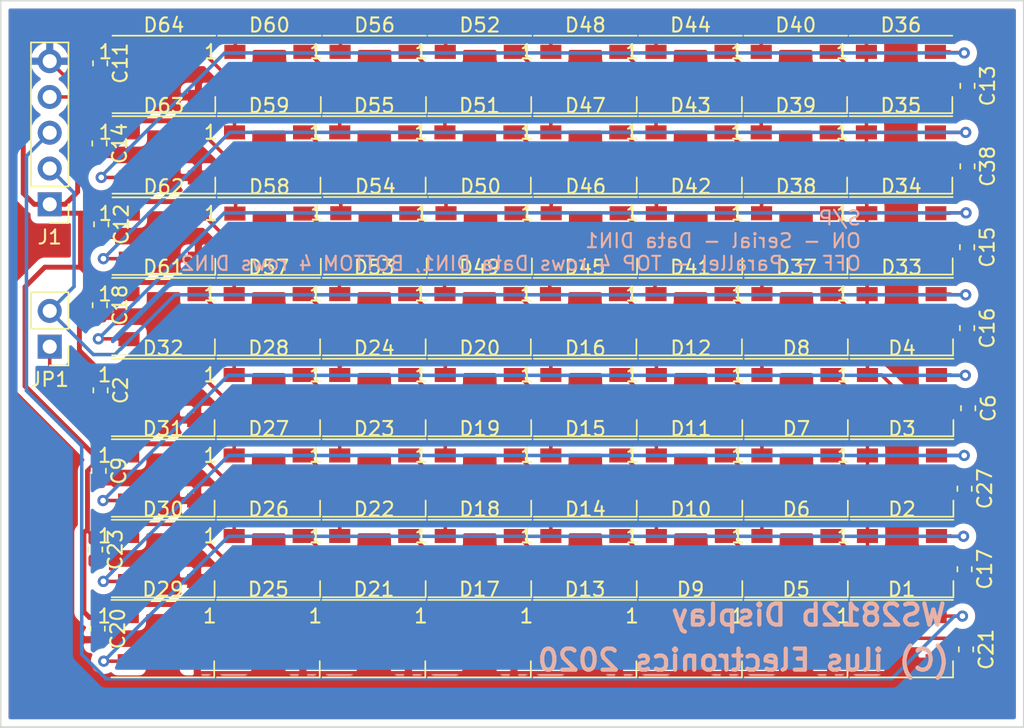
<source format=kicad_pcb>
(kicad_pcb (version 20171130) (host pcbnew "(5.1.4)-1")
  (layers (0 F.Cu signal) (31 B.Cu signal) (34 B.Paste user) (35 F.Paste user) (36 B.SilkS user) (37 F.SilkS user) (38 B.Mask user) (39 F.Mask user) (44 Edge.Cuts user))
  (net 0 "")
  (net 1 GND)
  (net 2 /VDD)
  (net 3 "Net-(D1-Pad2)")
  (net 4 "Net-(D2-Pad2)")
  (net 5 "Net-(D2-Pad4)")
  (net 6 "Net-(D3-Pad2)")
  (net 7 "Net-(D3-Pad4)")
  (net 8 "Net-(D4-Pad2)")
  (net 9 "Net-(D31-Pad2)")
  (net 10 "Net-(D5-Pad2)")
  (net 11 "Net-(D10-Pad4)")
  (net 12 "Net-(D11-Pad4)")
  (net 13 "Net-(D12-Pad4)")
  (net 14 "Net-(D13-Pad4)")
  (net 15 "Net-(D10-Pad2)")
  (net 16 "Net-(D11-Pad2)")
  (net 17 "Net-(D12-Pad2)")
  (net 18 "Net-(D13-Pad2)")
  (net 19 "Net-(D14-Pad2)")
  (net 20 "Net-(D15-Pad2)")
  (net 21 "Net-(D16-Pad2)")
  (net 22 "Net-(D17-Pad2)")
  (net 23 "Net-(D18-Pad2)")
  (net 24 "Net-(D19-Pad2)")
  (net 25 "Net-(D20-Pad2)")
  (net 26 "Net-(D21-Pad2)")
  (net 27 "Net-(D22-Pad2)")
  (net 28 "Net-(D23-Pad2)")
  (net 29 "Net-(D24-Pad2)")
  (net 30 "Net-(D25-Pad2)")
  (net 31 "Net-(D26-Pad2)")
  (net 32 "Net-(D27-Pad2)")
  (net 33 "Net-(D28-Pad2)")
  (net 34 "Net-(D33-Pad2)")
  (net 35 "Net-(D34-Pad2)")
  (net 36 "Net-(D34-Pad4)")
  (net 37 "Net-(D35-Pad2)")
  (net 38 "Net-(D35-Pad4)")
  (net 39 "Net-(D36-Pad2)")
  (net 40 "Net-(D36-Pad4)")
  (net 41 "Net-(D37-Pad2)")
  (net 42 "Net-(D38-Pad2)")
  (net 43 "Net-(D39-Pad2)")
  (net 44 "Net-(D40-Pad2)")
  (net 45 "Net-(D41-Pad2)")
  (net 46 "Net-(D42-Pad2)")
  (net 47 "Net-(D43-Pad2)")
  (net 48 "Net-(D44-Pad2)")
  (net 49 "Net-(D45-Pad2)")
  (net 50 "Net-(D46-Pad2)")
  (net 51 "Net-(D47-Pad2)")
  (net 52 "Net-(D48-Pad2)")
  (net 53 "Net-(D49-Pad2)")
  (net 54 "Net-(D50-Pad2)")
  (net 55 "Net-(D51-Pad2)")
  (net 56 "Net-(D52-Pad2)")
  (net 57 "Net-(D53-Pad2)")
  (net 58 "Net-(D54-Pad2)")
  (net 59 "Net-(D55-Pad2)")
  (net 60 "Net-(D56-Pad2)")
  (net 61 "Net-(D57-Pad2)")
  (net 62 "Net-(D58-Pad2)")
  (net 63 "Net-(D59-Pad2)")
  (net 64 "Net-(D60-Pad2)")
  (net 65 /DIN1)
  (net 66 /Sheet5F97A0BD/DOUT)
  (net 67 /DIN2)
  (net 68 /DOUT)
  (module Capacitor_SMD:C_0603_1608Metric (layer F.Cu) (at 32.131 63.3476 270)
    (fp_text reference C14 (at 0 -1.43 90) (layer F.SilkS))
    (fp_text value 100n)
    (pad 2 smd roundrect (at 0.7875 0 270) (size 0.875 0.95) (layers F.Cu F.Paste F.Mask) (net 1 GND))
    (pad 1 smd roundrect (at -0.7875 0 270) (size 0.875 0.95) (layers F.Cu F.Paste F.Mask) (net 2 /VDD))
  )
  (module Connector_PinHeader_2.54mm:PinHeader_1x05_P2.54mm_Vertical (layer F.Cu) (at 28.6004 67.6656 180)
    (fp_text reference J1 (at 0 -2.33) (layer F.SilkS))
    (fp_text value IN)
    (pad 5 thru_hole oval (at 0 10.16 180) (size 1.7 1.7) (drill 1) (layers *.Cu *.Mask) (net 1 GND))
    (pad 4 thru_hole oval (at 0 7.62 180) (size 1.7 1.7) (drill 1) (layers *.Cu *.Mask) (net 68 /DOUT))
    (pad 3 thru_hole oval (at 0 5.08 180) (size 1.7 1.7) (drill 1) (layers *.Cu *.Mask) (net 65 /DIN1))
    (pad 2 thru_hole oval (at 0 2.54 180) (size 1.7 1.7) (drill 1) (layers *.Cu *.Mask) (net 67 /DIN2))
    (pad 1 thru_hole rect (at 0 0 180) (size 1.7 1.7) (drill 1) (layers *.Cu *.Mask) (net 2 /VDD))
  )
  (module Connector_PinHeader_2.54mm:PinHeader_1x02_P2.54mm_Vertical (layer F.Cu) (at 28.6004 77.7748 180)
    (fp_text reference JP1 (at 0 -2.33) (layer F.SilkS))
    (fp_text value S/P)
    (pad 2 thru_hole oval (at 0 2.54 180) (size 1.7 1.7) (drill 1) (layers *.Cu *.Mask) (net 67 /DIN2))
    (pad 1 thru_hole rect (at 0 0 180) (size 1.7 1.7) (drill 1) (layers *.Cu *.Mask) (net 66 /Sheet5F97A0BD/DOUT))
  )
  (module LED_SMD:LED_WS2812B_PLCC4_5.0x5.0mm_P3.2mm (layer F.Cu) (at 36.703 58.4454)
    (fp_text reference D64 (at 0 -3.5) (layer F.SilkS))
    (fp_text value WS2812B)
    (fp_text user 1 (at -4.15 -1.6) (layer F.SilkS))
    (pad 1 smd rect (at -2.45 -1.6) (size 1.5 1) (layers F.Cu F.Paste F.Mask) (net 2 /VDD))
    (pad 2 smd rect (at -2.45 1.6) (size 1.5 1) (layers F.Cu F.Paste F.Mask) (net 68 /DOUT))
    (pad 4 smd rect (at 2.45 -1.6) (size 1.5 1) (layers F.Cu F.Paste F.Mask) (net 64 "Net-(D60-Pad2)"))
    (pad 3 smd rect (at 2.45 1.6) (size 1.5 1) (layers F.Cu F.Paste F.Mask) (net 1 GND))
  )
  (module LED_SMD:LED_WS2812B_PLCC4_5.0x5.0mm_P3.2mm (layer F.Cu) (at 36.703 64.1604)
    (fp_text reference D63 (at 0 -3.5) (layer F.SilkS))
    (fp_text value WS2812B)
    (fp_text user 1 (at -4.15 -1.6) (layer F.SilkS))
    (pad 1 smd rect (at -2.45 -1.6) (size 1.5 1) (layers F.Cu F.Paste F.Mask) (net 2 /VDD))
    (pad 2 smd rect (at -2.45 1.6) (size 1.5 1) (layers F.Cu F.Paste F.Mask) (net 40 "Net-(D36-Pad4)"))
    (pad 4 smd rect (at 2.45 -1.6) (size 1.5 1) (layers F.Cu F.Paste F.Mask) (net 63 "Net-(D59-Pad2)"))
    (pad 3 smd rect (at 2.45 1.6) (size 1.5 1) (layers F.Cu F.Paste F.Mask) (net 1 GND))
  )
  (module LED_SMD:LED_WS2812B_PLCC4_5.0x5.0mm_P3.2mm (layer F.Cu) (at 36.703 69.9262)
    (fp_text reference D62 (at 0 -3.5) (layer F.SilkS))
    (fp_text value WS2812B)
    (fp_text user 1 (at -4.15 -1.6) (layer F.SilkS))
    (pad 1 smd rect (at -2.45 -1.6) (size 1.5 1) (layers F.Cu F.Paste F.Mask) (net 2 /VDD))
    (pad 2 smd rect (at -2.45 1.6) (size 1.5 1) (layers F.Cu F.Paste F.Mask) (net 38 "Net-(D35-Pad4)"))
    (pad 4 smd rect (at 2.45 -1.6) (size 1.5 1) (layers F.Cu F.Paste F.Mask) (net 62 "Net-(D58-Pad2)"))
    (pad 3 smd rect (at 2.45 1.6) (size 1.5 1) (layers F.Cu F.Paste F.Mask) (net 1 GND))
  )
  (module LED_SMD:LED_WS2812B_PLCC4_5.0x5.0mm_P3.2mm (layer F.Cu) (at 36.6776 75.6412)
    (fp_text reference D61 (at 0 -3.5) (layer F.SilkS))
    (fp_text value WS2812B)
    (fp_text user 1 (at -4.15 -1.6) (layer F.SilkS))
    (pad 1 smd rect (at -2.45 -1.6) (size 1.5 1) (layers F.Cu F.Paste F.Mask) (net 2 /VDD))
    (pad 2 smd rect (at -2.45 1.6) (size 1.5 1) (layers F.Cu F.Paste F.Mask) (net 36 "Net-(D34-Pad4)"))
    (pad 4 smd rect (at 2.45 -1.6) (size 1.5 1) (layers F.Cu F.Paste F.Mask) (net 61 "Net-(D57-Pad2)"))
    (pad 3 smd rect (at 2.45 1.6) (size 1.5 1) (layers F.Cu F.Paste F.Mask) (net 1 GND))
  )
  (module LED_SMD:LED_WS2812B_PLCC4_5.0x5.0mm_P3.2mm (layer F.Cu) (at 44.196 58.4454)
    (fp_text reference D60 (at 0 -3.5) (layer F.SilkS))
    (fp_text value WS2812B)
    (fp_text user 1 (at -4.15 -1.6) (layer F.SilkS))
    (pad 1 smd rect (at -2.45 -1.6) (size 1.5 1) (layers F.Cu F.Paste F.Mask) (net 2 /VDD))
    (pad 2 smd rect (at -2.45 1.6) (size 1.5 1) (layers F.Cu F.Paste F.Mask) (net 64 "Net-(D60-Pad2)"))
    (pad 4 smd rect (at 2.45 -1.6) (size 1.5 1) (layers F.Cu F.Paste F.Mask) (net 60 "Net-(D56-Pad2)"))
    (pad 3 smd rect (at 2.45 1.6) (size 1.5 1) (layers F.Cu F.Paste F.Mask) (net 1 GND))
  )
  (module LED_SMD:LED_WS2812B_PLCC4_5.0x5.0mm_P3.2mm (layer F.Cu) (at 44.1706 64.1604)
    (fp_text reference D59 (at 0 -3.5) (layer F.SilkS))
    (fp_text value WS2812B)
    (fp_text user 1 (at -4.15 -1.6) (layer F.SilkS))
    (pad 1 smd rect (at -2.45 -1.6) (size 1.5 1) (layers F.Cu F.Paste F.Mask) (net 2 /VDD))
    (pad 2 smd rect (at -2.45 1.6) (size 1.5 1) (layers F.Cu F.Paste F.Mask) (net 63 "Net-(D59-Pad2)"))
    (pad 4 smd rect (at 2.45 -1.6) (size 1.5 1) (layers F.Cu F.Paste F.Mask) (net 59 "Net-(D55-Pad2)"))
    (pad 3 smd rect (at 2.45 1.6) (size 1.5 1) (layers F.Cu F.Paste F.Mask) (net 1 GND))
  )
  (module LED_SMD:LED_WS2812B_PLCC4_5.0x5.0mm_P3.2mm (layer F.Cu) (at 44.196 69.9262)
    (fp_text reference D58 (at 0 -3.5) (layer F.SilkS))
    (fp_text value WS2812B)
    (fp_text user 1 (at -4.15 -1.6) (layer F.SilkS))
    (pad 1 smd rect (at -2.45 -1.6) (size 1.5 1) (layers F.Cu F.Paste F.Mask) (net 2 /VDD))
    (pad 2 smd rect (at -2.45 1.6) (size 1.5 1) (layers F.Cu F.Paste F.Mask) (net 62 "Net-(D58-Pad2)"))
    (pad 4 smd rect (at 2.45 -1.6) (size 1.5 1) (layers F.Cu F.Paste F.Mask) (net 58 "Net-(D54-Pad2)"))
    (pad 3 smd rect (at 2.45 1.6) (size 1.5 1) (layers F.Cu F.Paste F.Mask) (net 1 GND))
  )
  (module LED_SMD:LED_WS2812B_PLCC4_5.0x5.0mm_P3.2mm (layer F.Cu) (at 44.1452 75.6412)
    (fp_text reference D57 (at 0 -3.5) (layer F.SilkS))
    (fp_text value WS2812B)
    (fp_text user 1 (at -4.15 -1.6) (layer F.SilkS))
    (pad 1 smd rect (at -2.45 -1.6) (size 1.5 1) (layers F.Cu F.Paste F.Mask) (net 2 /VDD))
    (pad 2 smd rect (at -2.45 1.6) (size 1.5 1) (layers F.Cu F.Paste F.Mask) (net 61 "Net-(D57-Pad2)"))
    (pad 4 smd rect (at 2.45 -1.6) (size 1.5 1) (layers F.Cu F.Paste F.Mask) (net 57 "Net-(D53-Pad2)"))
    (pad 3 smd rect (at 2.45 1.6) (size 1.5 1) (layers F.Cu F.Paste F.Mask) (net 1 GND))
  )
  (module LED_SMD:LED_WS2812B_PLCC4_5.0x5.0mm_P3.2mm (layer F.Cu) (at 51.6636 58.4454)
    (fp_text reference D56 (at 0 -3.5) (layer F.SilkS))
    (fp_text value WS2812B)
    (fp_text user 1 (at -4.15 -1.6) (layer F.SilkS))
    (pad 1 smd rect (at -2.45 -1.6) (size 1.5 1) (layers F.Cu F.Paste F.Mask) (net 2 /VDD))
    (pad 2 smd rect (at -2.45 1.6) (size 1.5 1) (layers F.Cu F.Paste F.Mask) (net 60 "Net-(D56-Pad2)"))
    (pad 4 smd rect (at 2.45 -1.6) (size 1.5 1) (layers F.Cu F.Paste F.Mask) (net 56 "Net-(D52-Pad2)"))
    (pad 3 smd rect (at 2.45 1.6) (size 1.5 1) (layers F.Cu F.Paste F.Mask) (net 1 GND))
  )
  (module LED_SMD:LED_WS2812B_PLCC4_5.0x5.0mm_P3.2mm (layer F.Cu) (at 51.6382 64.1604)
    (fp_text reference D55 (at 0 -3.5) (layer F.SilkS))
    (fp_text value WS2812B)
    (fp_text user 1 (at -4.15 -1.6) (layer F.SilkS))
    (pad 1 smd rect (at -2.45 -1.6) (size 1.5 1) (layers F.Cu F.Paste F.Mask) (net 2 /VDD))
    (pad 2 smd rect (at -2.45 1.6) (size 1.5 1) (layers F.Cu F.Paste F.Mask) (net 59 "Net-(D55-Pad2)"))
    (pad 4 smd rect (at 2.45 -1.6) (size 1.5 1) (layers F.Cu F.Paste F.Mask) (net 55 "Net-(D51-Pad2)"))
    (pad 3 smd rect (at 2.45 1.6) (size 1.5 1) (layers F.Cu F.Paste F.Mask) (net 1 GND))
  )
  (module LED_SMD:LED_WS2812B_PLCC4_5.0x5.0mm_P3.2mm (layer F.Cu) (at 51.7144 69.9008)
    (fp_text reference D54 (at 0 -3.5) (layer F.SilkS))
    (fp_text value WS2812B)
    (fp_text user 1 (at -4.15 -1.6) (layer F.SilkS))
    (pad 1 smd rect (at -2.45 -1.6) (size 1.5 1) (layers F.Cu F.Paste F.Mask) (net 2 /VDD))
    (pad 2 smd rect (at -2.45 1.6) (size 1.5 1) (layers F.Cu F.Paste F.Mask) (net 58 "Net-(D54-Pad2)"))
    (pad 4 smd rect (at 2.45 -1.6) (size 1.5 1) (layers F.Cu F.Paste F.Mask) (net 54 "Net-(D50-Pad2)"))
    (pad 3 smd rect (at 2.45 1.6) (size 1.5 1) (layers F.Cu F.Paste F.Mask) (net 1 GND))
  )
  (module LED_SMD:LED_WS2812B_PLCC4_5.0x5.0mm_P3.2mm (layer F.Cu) (at 51.6382 75.6412)
    (fp_text reference D53 (at 0 -3.5) (layer F.SilkS))
    (fp_text value WS2812B)
    (fp_text user 1 (at -4.15 -1.6) (layer F.SilkS))
    (pad 1 smd rect (at -2.45 -1.6) (size 1.5 1) (layers F.Cu F.Paste F.Mask) (net 2 /VDD))
    (pad 2 smd rect (at -2.45 1.6) (size 1.5 1) (layers F.Cu F.Paste F.Mask) (net 57 "Net-(D53-Pad2)"))
    (pad 4 smd rect (at 2.45 -1.6) (size 1.5 1) (layers F.Cu F.Paste F.Mask) (net 53 "Net-(D49-Pad2)"))
    (pad 3 smd rect (at 2.45 1.6) (size 1.5 1) (layers F.Cu F.Paste F.Mask) (net 1 GND))
  )
  (module LED_SMD:LED_WS2812B_PLCC4_5.0x5.0mm_P3.2mm (layer F.Cu) (at 59.1312 58.4454)
    (fp_text reference D52 (at 0 -3.5) (layer F.SilkS))
    (fp_text value WS2812B)
    (fp_text user 1 (at -4.15 -1.6) (layer F.SilkS))
    (pad 1 smd rect (at -2.45 -1.6) (size 1.5 1) (layers F.Cu F.Paste F.Mask) (net 2 /VDD))
    (pad 2 smd rect (at -2.45 1.6) (size 1.5 1) (layers F.Cu F.Paste F.Mask) (net 56 "Net-(D52-Pad2)"))
    (pad 4 smd rect (at 2.45 -1.6) (size 1.5 1) (layers F.Cu F.Paste F.Mask) (net 52 "Net-(D48-Pad2)"))
    (pad 3 smd rect (at 2.45 1.6) (size 1.5 1) (layers F.Cu F.Paste F.Mask) (net 1 GND))
  )
  (module LED_SMD:LED_WS2812B_PLCC4_5.0x5.0mm_P3.2mm (layer F.Cu) (at 59.1058 64.1604)
    (fp_text reference D51 (at 0 -3.5) (layer F.SilkS))
    (fp_text value WS2812B)
    (fp_text user 1 (at -4.15 -1.6) (layer F.SilkS))
    (pad 1 smd rect (at -2.45 -1.6) (size 1.5 1) (layers F.Cu F.Paste F.Mask) (net 2 /VDD))
    (pad 2 smd rect (at -2.45 1.6) (size 1.5 1) (layers F.Cu F.Paste F.Mask) (net 55 "Net-(D51-Pad2)"))
    (pad 4 smd rect (at 2.45 -1.6) (size 1.5 1) (layers F.Cu F.Paste F.Mask) (net 51 "Net-(D47-Pad2)"))
    (pad 3 smd rect (at 2.45 1.6) (size 1.5 1) (layers F.Cu F.Paste F.Mask) (net 1 GND))
  )
  (module LED_SMD:LED_WS2812B_PLCC4_5.0x5.0mm_P3.2mm (layer F.Cu) (at 59.182 69.9008)
    (fp_text reference D50 (at 0 -3.5) (layer F.SilkS))
    (fp_text value WS2812B)
    (fp_text user 1 (at -4.15 -1.6) (layer F.SilkS))
    (pad 1 smd rect (at -2.45 -1.6) (size 1.5 1) (layers F.Cu F.Paste F.Mask) (net 2 /VDD))
    (pad 2 smd rect (at -2.45 1.6) (size 1.5 1) (layers F.Cu F.Paste F.Mask) (net 54 "Net-(D50-Pad2)"))
    (pad 4 smd rect (at 2.45 -1.6) (size 1.5 1) (layers F.Cu F.Paste F.Mask) (net 50 "Net-(D46-Pad2)"))
    (pad 3 smd rect (at 2.45 1.6) (size 1.5 1) (layers F.Cu F.Paste F.Mask) (net 1 GND))
  )
  (module LED_SMD:LED_WS2812B_PLCC4_5.0x5.0mm_P3.2mm (layer F.Cu) (at 59.1058 75.6412)
    (fp_text reference D49 (at 0 -3.5) (layer F.SilkS))
    (fp_text value WS2812B)
    (fp_text user 1 (at -4.15 -1.6) (layer F.SilkS))
    (pad 1 smd rect (at -2.45 -1.6) (size 1.5 1) (layers F.Cu F.Paste F.Mask) (net 2 /VDD))
    (pad 2 smd rect (at -2.45 1.6) (size 1.5 1) (layers F.Cu F.Paste F.Mask) (net 53 "Net-(D49-Pad2)"))
    (pad 4 smd rect (at 2.45 -1.6) (size 1.5 1) (layers F.Cu F.Paste F.Mask) (net 49 "Net-(D45-Pad2)"))
    (pad 3 smd rect (at 2.45 1.6) (size 1.5 1) (layers F.Cu F.Paste F.Mask) (net 1 GND))
  )
  (module LED_SMD:LED_WS2812B_PLCC4_5.0x5.0mm_P3.2mm (layer F.Cu) (at 66.6242 58.4454)
    (fp_text reference D48 (at 0 -3.5) (layer F.SilkS))
    (fp_text value WS2812B)
    (fp_text user 1 (at -4.15 -1.6) (layer F.SilkS))
    (pad 1 smd rect (at -2.45 -1.6) (size 1.5 1) (layers F.Cu F.Paste F.Mask) (net 2 /VDD))
    (pad 2 smd rect (at -2.45 1.6) (size 1.5 1) (layers F.Cu F.Paste F.Mask) (net 52 "Net-(D48-Pad2)"))
    (pad 4 smd rect (at 2.45 -1.6) (size 1.5 1) (layers F.Cu F.Paste F.Mask) (net 48 "Net-(D44-Pad2)"))
    (pad 3 smd rect (at 2.45 1.6) (size 1.5 1) (layers F.Cu F.Paste F.Mask) (net 1 GND))
  )
  (module LED_SMD:LED_WS2812B_PLCC4_5.0x5.0mm_P3.2mm (layer F.Cu) (at 66.6242 64.1604)
    (fp_text reference D47 (at 0 -3.5) (layer F.SilkS))
    (fp_text value WS2812B)
    (fp_text user 1 (at -4.15 -1.6) (layer F.SilkS))
    (pad 1 smd rect (at -2.45 -1.6) (size 1.5 1) (layers F.Cu F.Paste F.Mask) (net 2 /VDD))
    (pad 2 smd rect (at -2.45 1.6) (size 1.5 1) (layers F.Cu F.Paste F.Mask) (net 51 "Net-(D47-Pad2)"))
    (pad 4 smd rect (at 2.45 -1.6) (size 1.5 1) (layers F.Cu F.Paste F.Mask) (net 47 "Net-(D43-Pad2)"))
    (pad 3 smd rect (at 2.45 1.6) (size 1.5 1) (layers F.Cu F.Paste F.Mask) (net 1 GND))
  )
  (module LED_SMD:LED_WS2812B_PLCC4_5.0x5.0mm_P3.2mm (layer F.Cu) (at 66.6496 69.9008)
    (fp_text reference D46 (at 0 -3.5) (layer F.SilkS))
    (fp_text value WS2812B)
    (fp_text user 1 (at -4.15 -1.6) (layer F.SilkS))
    (pad 1 smd rect (at -2.45 -1.6) (size 1.5 1) (layers F.Cu F.Paste F.Mask) (net 2 /VDD))
    (pad 2 smd rect (at -2.45 1.6) (size 1.5 1) (layers F.Cu F.Paste F.Mask) (net 50 "Net-(D46-Pad2)"))
    (pad 4 smd rect (at 2.45 -1.6) (size 1.5 1) (layers F.Cu F.Paste F.Mask) (net 46 "Net-(D42-Pad2)"))
    (pad 3 smd rect (at 2.45 1.6) (size 1.5 1) (layers F.Cu F.Paste F.Mask) (net 1 GND))
  )
  (module LED_SMD:LED_WS2812B_PLCC4_5.0x5.0mm_P3.2mm (layer F.Cu) (at 66.5988 75.6412)
    (fp_text reference D45 (at 0 -3.5) (layer F.SilkS))
    (fp_text value WS2812B)
    (fp_text user 1 (at -4.15 -1.6) (layer F.SilkS))
    (pad 1 smd rect (at -2.45 -1.6) (size 1.5 1) (layers F.Cu F.Paste F.Mask) (net 2 /VDD))
    (pad 2 smd rect (at -2.45 1.6) (size 1.5 1) (layers F.Cu F.Paste F.Mask) (net 49 "Net-(D45-Pad2)"))
    (pad 4 smd rect (at 2.45 -1.6) (size 1.5 1) (layers F.Cu F.Paste F.Mask) (net 45 "Net-(D41-Pad2)"))
    (pad 3 smd rect (at 2.45 1.6) (size 1.5 1) (layers F.Cu F.Paste F.Mask) (net 1 GND))
  )
  (module LED_SMD:LED_WS2812B_PLCC4_5.0x5.0mm_P3.2mm (layer F.Cu) (at 74.0918 58.4454)
    (fp_text reference D44 (at 0 -3.5) (layer F.SilkS))
    (fp_text value WS2812B)
    (fp_text user 1 (at -4.15 -1.6) (layer F.SilkS))
    (pad 1 smd rect (at -2.45 -1.6) (size 1.5 1) (layers F.Cu F.Paste F.Mask) (net 2 /VDD))
    (pad 2 smd rect (at -2.45 1.6) (size 1.5 1) (layers F.Cu F.Paste F.Mask) (net 48 "Net-(D44-Pad2)"))
    (pad 4 smd rect (at 2.45 -1.6) (size 1.5 1) (layers F.Cu F.Paste F.Mask) (net 44 "Net-(D40-Pad2)"))
    (pad 3 smd rect (at 2.45 1.6) (size 1.5 1) (layers F.Cu F.Paste F.Mask) (net 1 GND))
  )
  (module LED_SMD:LED_WS2812B_PLCC4_5.0x5.0mm_P3.2mm (layer F.Cu) (at 74.0918 64.1604)
    (fp_text reference D43 (at 0 -3.5) (layer F.SilkS))
    (fp_text value WS2812B)
    (fp_text user 1 (at -4.15 -1.6) (layer F.SilkS))
    (pad 1 smd rect (at -2.45 -1.6) (size 1.5 1) (layers F.Cu F.Paste F.Mask) (net 2 /VDD))
    (pad 2 smd rect (at -2.45 1.6) (size 1.5 1) (layers F.Cu F.Paste F.Mask) (net 47 "Net-(D43-Pad2)"))
    (pad 4 smd rect (at 2.45 -1.6) (size 1.5 1) (layers F.Cu F.Paste F.Mask) (net 43 "Net-(D39-Pad2)"))
    (pad 3 smd rect (at 2.45 1.6) (size 1.5 1) (layers F.Cu F.Paste F.Mask) (net 1 GND))
  )
  (module LED_SMD:LED_WS2812B_PLCC4_5.0x5.0mm_P3.2mm (layer F.Cu) (at 74.1172 69.9008)
    (fp_text reference D42 (at 0 -3.5) (layer F.SilkS))
    (fp_text value WS2812B)
    (fp_text user 1 (at -4.15 -1.6) (layer F.SilkS))
    (pad 1 smd rect (at -2.45 -1.6) (size 1.5 1) (layers F.Cu F.Paste F.Mask) (net 2 /VDD))
    (pad 2 smd rect (at -2.45 1.6) (size 1.5 1) (layers F.Cu F.Paste F.Mask) (net 46 "Net-(D42-Pad2)"))
    (pad 4 smd rect (at 2.45 -1.6) (size 1.5 1) (layers F.Cu F.Paste F.Mask) (net 42 "Net-(D38-Pad2)"))
    (pad 3 smd rect (at 2.45 1.6) (size 1.5 1) (layers F.Cu F.Paste F.Mask) (net 1 GND))
  )
  (module LED_SMD:LED_WS2812B_PLCC4_5.0x5.0mm_P3.2mm (layer F.Cu) (at 74.0918 75.6412)
    (fp_text reference D41 (at 0 -3.5) (layer F.SilkS))
    (fp_text value WS2812B)
    (fp_text user 1 (at -4.15 -1.6) (layer F.SilkS))
    (pad 1 smd rect (at -2.45 -1.6) (size 1.5 1) (layers F.Cu F.Paste F.Mask) (net 2 /VDD))
    (pad 2 smd rect (at -2.45 1.6) (size 1.5 1) (layers F.Cu F.Paste F.Mask) (net 45 "Net-(D41-Pad2)"))
    (pad 4 smd rect (at 2.45 -1.6) (size 1.5 1) (layers F.Cu F.Paste F.Mask) (net 41 "Net-(D37-Pad2)"))
    (pad 3 smd rect (at 2.45 1.6) (size 1.5 1) (layers F.Cu F.Paste F.Mask) (net 1 GND))
  )
  (module LED_SMD:LED_WS2812B_PLCC4_5.0x5.0mm_P3.2mm (layer F.Cu) (at 81.5594 58.4454)
    (fp_text reference D40 (at 0 -3.5) (layer F.SilkS))
    (fp_text value WS2812B)
    (fp_text user 1 (at -4.15 -1.6) (layer F.SilkS))
    (pad 1 smd rect (at -2.45 -1.6) (size 1.5 1) (layers F.Cu F.Paste F.Mask) (net 2 /VDD))
    (pad 2 smd rect (at -2.45 1.6) (size 1.5 1) (layers F.Cu F.Paste F.Mask) (net 44 "Net-(D40-Pad2)"))
    (pad 4 smd rect (at 2.45 -1.6) (size 1.5 1) (layers F.Cu F.Paste F.Mask) (net 39 "Net-(D36-Pad2)"))
    (pad 3 smd rect (at 2.45 1.6) (size 1.5 1) (layers F.Cu F.Paste F.Mask) (net 1 GND))
  )
  (module LED_SMD:LED_WS2812B_PLCC4_5.0x5.0mm_P3.2mm (layer F.Cu) (at 81.5594 64.1604)
    (fp_text reference D39 (at 0 -3.5) (layer F.SilkS))
    (fp_text value WS2812B)
    (fp_text user 1 (at -4.15 -1.6) (layer F.SilkS))
    (pad 1 smd rect (at -2.45 -1.6) (size 1.5 1) (layers F.Cu F.Paste F.Mask) (net 2 /VDD))
    (pad 2 smd rect (at -2.45 1.6) (size 1.5 1) (layers F.Cu F.Paste F.Mask) (net 43 "Net-(D39-Pad2)"))
    (pad 4 smd rect (at 2.45 -1.6) (size 1.5 1) (layers F.Cu F.Paste F.Mask) (net 37 "Net-(D35-Pad2)"))
    (pad 3 smd rect (at 2.45 1.6) (size 1.5 1) (layers F.Cu F.Paste F.Mask) (net 1 GND))
  )
  (module LED_SMD:LED_WS2812B_PLCC4_5.0x5.0mm_P3.2mm (layer F.Cu) (at 81.5848 69.9008)
    (fp_text reference D38 (at 0 -3.5) (layer F.SilkS))
    (fp_text value WS2812B)
    (fp_text user 1 (at -4.15 -1.6) (layer F.SilkS))
    (pad 1 smd rect (at -2.45 -1.6) (size 1.5 1) (layers F.Cu F.Paste F.Mask) (net 2 /VDD))
    (pad 2 smd rect (at -2.45 1.6) (size 1.5 1) (layers F.Cu F.Paste F.Mask) (net 42 "Net-(D38-Pad2)"))
    (pad 4 smd rect (at 2.45 -1.6) (size 1.5 1) (layers F.Cu F.Paste F.Mask) (net 35 "Net-(D34-Pad2)"))
    (pad 3 smd rect (at 2.45 1.6) (size 1.5 1) (layers F.Cu F.Paste F.Mask) (net 1 GND))
  )
  (module LED_SMD:LED_WS2812B_PLCC4_5.0x5.0mm_P3.2mm (layer F.Cu) (at 81.6102 75.6412)
    (fp_text reference D37 (at 0 -3.5) (layer F.SilkS))
    (fp_text value WS2812B)
    (fp_text user 1 (at -4.15 -1.6) (layer F.SilkS))
    (pad 1 smd rect (at -2.45 -1.6) (size 1.5 1) (layers F.Cu F.Paste F.Mask) (net 2 /VDD))
    (pad 2 smd rect (at -2.45 1.6) (size 1.5 1) (layers F.Cu F.Paste F.Mask) (net 41 "Net-(D37-Pad2)"))
    (pad 4 smd rect (at 2.45 -1.6) (size 1.5 1) (layers F.Cu F.Paste F.Mask) (net 34 "Net-(D33-Pad2)"))
    (pad 3 smd rect (at 2.45 1.6) (size 1.5 1) (layers F.Cu F.Paste F.Mask) (net 1 GND))
  )
  (module LED_SMD:LED_WS2812B_PLCC4_5.0x5.0mm_P3.2mm (layer F.Cu) (at 89.027 58.4454)
    (fp_text reference D36 (at 0 -3.5) (layer F.SilkS))
    (fp_text value WS2812B)
    (fp_text user 1 (at -4.15 -1.6) (layer F.SilkS))
    (pad 1 smd rect (at -2.45 -1.6) (size 1.5 1) (layers F.Cu F.Paste F.Mask) (net 2 /VDD))
    (pad 2 smd rect (at -2.45 1.6) (size 1.5 1) (layers F.Cu F.Paste F.Mask) (net 39 "Net-(D36-Pad2)"))
    (pad 4 smd rect (at 2.45 -1.6) (size 1.5 1) (layers F.Cu F.Paste F.Mask) (net 40 "Net-(D36-Pad4)"))
    (pad 3 smd rect (at 2.45 1.6) (size 1.5 1) (layers F.Cu F.Paste F.Mask) (net 1 GND))
  )
  (module LED_SMD:LED_WS2812B_PLCC4_5.0x5.0mm_P3.2mm (layer F.Cu) (at 89.027 64.1604)
    (fp_text reference D35 (at 0 -3.5) (layer F.SilkS))
    (fp_text value WS2812B)
    (fp_text user 1 (at -4.15 -1.6) (layer F.SilkS))
    (pad 1 smd rect (at -2.45 -1.6) (size 1.5 1) (layers F.Cu F.Paste F.Mask) (net 2 /VDD))
    (pad 2 smd rect (at -2.45 1.6) (size 1.5 1) (layers F.Cu F.Paste F.Mask) (net 37 "Net-(D35-Pad2)"))
    (pad 4 smd rect (at 2.45 -1.6) (size 1.5 1) (layers F.Cu F.Paste F.Mask) (net 38 "Net-(D35-Pad4)"))
    (pad 3 smd rect (at 2.45 1.6) (size 1.5 1) (layers F.Cu F.Paste F.Mask) (net 1 GND))
  )
  (module LED_SMD:LED_WS2812B_PLCC4_5.0x5.0mm_P3.2mm (layer F.Cu) (at 89.0524 69.9008)
    (fp_text reference D34 (at 0 -3.5) (layer F.SilkS))
    (fp_text value WS2812B)
    (fp_text user 1 (at -4.15 -1.6) (layer F.SilkS))
    (pad 1 smd rect (at -2.45 -1.6) (size 1.5 1) (layers F.Cu F.Paste F.Mask) (net 2 /VDD))
    (pad 2 smd rect (at -2.45 1.6) (size 1.5 1) (layers F.Cu F.Paste F.Mask) (net 35 "Net-(D34-Pad2)"))
    (pad 4 smd rect (at 2.45 -1.6) (size 1.5 1) (layers F.Cu F.Paste F.Mask) (net 36 "Net-(D34-Pad4)"))
    (pad 3 smd rect (at 2.45 1.6) (size 1.5 1) (layers F.Cu F.Paste F.Mask) (net 1 GND))
  )
  (module LED_SMD:LED_WS2812B_PLCC4_5.0x5.0mm_P3.2mm (layer F.Cu) (at 89.0778 75.6412)
    (fp_text reference D33 (at 0 -3.5) (layer F.SilkS))
    (fp_text value WS2812B)
    (fp_text user 1 (at -4.15 -1.6) (layer F.SilkS))
    (pad 1 smd rect (at -2.45 -1.6) (size 1.5 1) (layers F.Cu F.Paste F.Mask) (net 2 /VDD))
    (pad 2 smd rect (at -2.45 1.6) (size 1.5 1) (layers F.Cu F.Paste F.Mask) (net 34 "Net-(D33-Pad2)"))
    (pad 4 smd rect (at 2.45 -1.6) (size 1.5 1) (layers F.Cu F.Paste F.Mask) (net 67 /DIN2))
    (pad 3 smd rect (at 2.45 1.6) (size 1.5 1) (layers F.Cu F.Paste F.Mask) (net 1 GND))
  )
  (module LED_SMD:LED_WS2812B_PLCC4_5.0x5.0mm_P3.2mm (layer F.Cu) (at 36.6522 81.3816)
    (fp_text reference D32 (at 0 -3.5) (layer F.SilkS))
    (fp_text value WS2812B)
    (fp_text user 1 (at -4.15 -1.6) (layer F.SilkS))
    (pad 1 smd rect (at -2.45 -1.6) (size 1.5 1) (layers F.Cu F.Paste F.Mask) (net 2 /VDD))
    (pad 2 smd rect (at -2.45 1.6) (size 1.5 1) (layers F.Cu F.Paste F.Mask) (net 66 /Sheet5F97A0BD/DOUT))
    (pad 4 smd rect (at 2.45 -1.6) (size 1.5 1) (layers F.Cu F.Paste F.Mask) (net 33 "Net-(D28-Pad2)"))
    (pad 3 smd rect (at 2.45 1.6) (size 1.5 1) (layers F.Cu F.Paste F.Mask) (net 1 GND))
  )
  (module LED_SMD:LED_WS2812B_PLCC4_5.0x5.0mm_P3.2mm (layer F.Cu) (at 36.6522 87.0966)
    (fp_text reference D31 (at 0 -3.5) (layer F.SilkS))
    (fp_text value WS2812B)
    (fp_text user 1 (at -4.15 -1.6) (layer F.SilkS))
    (pad 1 smd rect (at -2.45 -1.6) (size 1.5 1) (layers F.Cu F.Paste F.Mask) (net 2 /VDD))
    (pad 2 smd rect (at -2.45 1.6) (size 1.5 1) (layers F.Cu F.Paste F.Mask) (net 9 "Net-(D31-Pad2)"))
    (pad 4 smd rect (at 2.45 -1.6) (size 1.5 1) (layers F.Cu F.Paste F.Mask) (net 32 "Net-(D27-Pad2)"))
    (pad 3 smd rect (at 2.45 1.6) (size 1.5 1) (layers F.Cu F.Paste F.Mask) (net 1 GND))
  )
  (module LED_SMD:LED_WS2812B_PLCC4_5.0x5.0mm_P3.2mm (layer F.Cu) (at 36.6522 92.8116)
    (fp_text reference D30 (at 0 -3.5) (layer F.SilkS))
    (fp_text value WS2812B)
    (fp_text user 1 (at -4.15 -1.6) (layer F.SilkS))
    (pad 1 smd rect (at -2.45 -1.6) (size 1.5 1) (layers F.Cu F.Paste F.Mask) (net 2 /VDD))
    (pad 2 smd rect (at -2.45 1.6) (size 1.5 1) (layers F.Cu F.Paste F.Mask) (net 7 "Net-(D3-Pad4)"))
    (pad 4 smd rect (at 2.45 -1.6) (size 1.5 1) (layers F.Cu F.Paste F.Mask) (net 31 "Net-(D26-Pad2)"))
    (pad 3 smd rect (at 2.45 1.6) (size 1.5 1) (layers F.Cu F.Paste F.Mask) (net 1 GND))
  )
  (module LED_SMD:LED_WS2812B_PLCC4_5.0x5.0mm_P3.2mm (layer F.Cu) (at 36.6268 98.5012)
    (fp_text reference D29 (at 0 -3.5) (layer F.SilkS))
    (fp_text value WS2812B)
    (fp_text user 1 (at -4.15 -1.6) (layer F.SilkS))
    (pad 1 smd rect (at -2.45 -1.6) (size 1.5 1) (layers F.Cu F.Paste F.Mask) (net 2 /VDD))
    (pad 2 smd rect (at -2.45 1.6) (size 1.5 1) (layers F.Cu F.Paste F.Mask) (net 5 "Net-(D2-Pad4)"))
    (pad 4 smd rect (at 2.45 -1.6) (size 1.5 1) (layers F.Cu F.Paste F.Mask) (net 30 "Net-(D25-Pad2)"))
    (pad 3 smd rect (at 2.45 1.6) (size 1.5 1) (layers F.Cu F.Paste F.Mask) (net 1 GND))
  )
  (module LED_SMD:LED_WS2812B_PLCC4_5.0x5.0mm_P3.2mm (layer F.Cu) (at 44.1452 81.3816)
    (fp_text reference D28 (at 0 -3.5) (layer F.SilkS))
    (fp_text value WS2812B)
    (fp_text user 1 (at -4.15 -1.6) (layer F.SilkS))
    (pad 1 smd rect (at -2.45 -1.6) (size 1.5 1) (layers F.Cu F.Paste F.Mask) (net 2 /VDD))
    (pad 2 smd rect (at -2.45 1.6) (size 1.5 1) (layers F.Cu F.Paste F.Mask) (net 33 "Net-(D28-Pad2)"))
    (pad 4 smd rect (at 2.45 -1.6) (size 1.5 1) (layers F.Cu F.Paste F.Mask) (net 29 "Net-(D24-Pad2)"))
    (pad 3 smd rect (at 2.45 1.6) (size 1.5 1) (layers F.Cu F.Paste F.Mask) (net 1 GND))
  )
  (module LED_SMD:LED_WS2812B_PLCC4_5.0x5.0mm_P3.2mm (layer F.Cu) (at 44.1452 87.0966)
    (fp_text reference D27 (at 0 -3.5) (layer F.SilkS))
    (fp_text value WS2812B)
    (fp_text user 1 (at -4.15 -1.6) (layer F.SilkS))
    (pad 1 smd rect (at -2.45 -1.6) (size 1.5 1) (layers F.Cu F.Paste F.Mask) (net 2 /VDD))
    (pad 2 smd rect (at -2.45 1.6) (size 1.5 1) (layers F.Cu F.Paste F.Mask) (net 32 "Net-(D27-Pad2)"))
    (pad 4 smd rect (at 2.45 -1.6) (size 1.5 1) (layers F.Cu F.Paste F.Mask) (net 28 "Net-(D23-Pad2)"))
    (pad 3 smd rect (at 2.45 1.6) (size 1.5 1) (layers F.Cu F.Paste F.Mask) (net 1 GND))
  )
  (module LED_SMD:LED_WS2812B_PLCC4_5.0x5.0mm_P3.2mm (layer F.Cu) (at 44.1452 92.8116)
    (fp_text reference D26 (at 0 -3.5) (layer F.SilkS))
    (fp_text value WS2812B)
    (fp_text user 1 (at -4.15 -1.6) (layer F.SilkS))
    (pad 1 smd rect (at -2.45 -1.6) (size 1.5 1) (layers F.Cu F.Paste F.Mask) (net 2 /VDD))
    (pad 2 smd rect (at -2.45 1.6) (size 1.5 1) (layers F.Cu F.Paste F.Mask) (net 31 "Net-(D26-Pad2)"))
    (pad 4 smd rect (at 2.45 -1.6) (size 1.5 1) (layers F.Cu F.Paste F.Mask) (net 27 "Net-(D22-Pad2)"))
    (pad 3 smd rect (at 2.45 1.6) (size 1.5 1) (layers F.Cu F.Paste F.Mask) (net 1 GND))
  )
  (module LED_SMD:LED_WS2812B_PLCC4_5.0x5.0mm_P3.2mm (layer F.Cu) (at 44.1198 98.5012)
    (fp_text reference D25 (at 0 -3.5) (layer F.SilkS))
    (fp_text value WS2812B)
    (fp_text user 1 (at -4.15 -1.6) (layer F.SilkS))
    (pad 1 smd rect (at -2.45 -1.6) (size 1.5 1) (layers F.Cu F.Paste F.Mask) (net 2 /VDD))
    (pad 2 smd rect (at -2.45 1.6) (size 1.5 1) (layers F.Cu F.Paste F.Mask) (net 30 "Net-(D25-Pad2)"))
    (pad 4 smd rect (at 2.45 -1.6) (size 1.5 1) (layers F.Cu F.Paste F.Mask) (net 26 "Net-(D21-Pad2)"))
    (pad 3 smd rect (at 2.45 1.6) (size 1.5 1) (layers F.Cu F.Paste F.Mask) (net 1 GND))
  )
  (module LED_SMD:LED_WS2812B_PLCC4_5.0x5.0mm_P3.2mm (layer F.Cu) (at 51.6382 81.3816)
    (fp_text reference D24 (at 0 -3.5) (layer F.SilkS))
    (fp_text value WS2812B)
    (fp_text user 1 (at -4.15 -1.6) (layer F.SilkS))
    (pad 1 smd rect (at -2.45 -1.6) (size 1.5 1) (layers F.Cu F.Paste F.Mask) (net 2 /VDD))
    (pad 2 smd rect (at -2.45 1.6) (size 1.5 1) (layers F.Cu F.Paste F.Mask) (net 29 "Net-(D24-Pad2)"))
    (pad 4 smd rect (at 2.45 -1.6) (size 1.5 1) (layers F.Cu F.Paste F.Mask) (net 25 "Net-(D20-Pad2)"))
    (pad 3 smd rect (at 2.45 1.6) (size 1.5 1) (layers F.Cu F.Paste F.Mask) (net 1 GND))
  )
  (module LED_SMD:LED_WS2812B_PLCC4_5.0x5.0mm_P3.2mm (layer F.Cu) (at 51.6382 87.0966)
    (fp_text reference D23 (at 0 -3.5) (layer F.SilkS))
    (fp_text value WS2812B)
    (fp_text user 1 (at -4.15 -1.6) (layer F.SilkS))
    (pad 1 smd rect (at -2.45 -1.6) (size 1.5 1) (layers F.Cu F.Paste F.Mask) (net 2 /VDD))
    (pad 2 smd rect (at -2.45 1.6) (size 1.5 1) (layers F.Cu F.Paste F.Mask) (net 28 "Net-(D23-Pad2)"))
    (pad 4 smd rect (at 2.45 -1.6) (size 1.5 1) (layers F.Cu F.Paste F.Mask) (net 24 "Net-(D19-Pad2)"))
    (pad 3 smd rect (at 2.45 1.6) (size 1.5 1) (layers F.Cu F.Paste F.Mask) (net 1 GND))
  )
  (module LED_SMD:LED_WS2812B_PLCC4_5.0x5.0mm_P3.2mm (layer F.Cu) (at 51.6382 92.8116)
    (fp_text reference D22 (at 0 -3.5) (layer F.SilkS))
    (fp_text value WS2812B)
    (fp_text user 1 (at -4.15 -1.6) (layer F.SilkS))
    (pad 1 smd rect (at -2.45 -1.6) (size 1.5 1) (layers F.Cu F.Paste F.Mask) (net 2 /VDD))
    (pad 2 smd rect (at -2.45 1.6) (size 1.5 1) (layers F.Cu F.Paste F.Mask) (net 27 "Net-(D22-Pad2)"))
    (pad 4 smd rect (at 2.45 -1.6) (size 1.5 1) (layers F.Cu F.Paste F.Mask) (net 23 "Net-(D18-Pad2)"))
    (pad 3 smd rect (at 2.45 1.6) (size 1.5 1) (layers F.Cu F.Paste F.Mask) (net 1 GND))
  )
  (module LED_SMD:LED_WS2812B_PLCC4_5.0x5.0mm_P3.2mm (layer F.Cu) (at 51.6128 98.5012)
    (fp_text reference D21 (at 0 -3.5) (layer F.SilkS))
    (fp_text value WS2812B)
    (fp_text user 1 (at -4.15 -1.6) (layer F.SilkS))
    (pad 1 smd rect (at -2.45 -1.6) (size 1.5 1) (layers F.Cu F.Paste F.Mask) (net 2 /VDD))
    (pad 2 smd rect (at -2.45 1.6) (size 1.5 1) (layers F.Cu F.Paste F.Mask) (net 26 "Net-(D21-Pad2)"))
    (pad 4 smd rect (at 2.45 -1.6) (size 1.5 1) (layers F.Cu F.Paste F.Mask) (net 22 "Net-(D17-Pad2)"))
    (pad 3 smd rect (at 2.45 1.6) (size 1.5 1) (layers F.Cu F.Paste F.Mask) (net 1 GND))
  )
  (module LED_SMD:LED_WS2812B_PLCC4_5.0x5.0mm_P3.2mm (layer F.Cu) (at 59.1312 81.3816)
    (fp_text reference D20 (at 0 -3.5) (layer F.SilkS))
    (fp_text value WS2812B)
    (fp_text user 1 (at -4.15 -1.6) (layer F.SilkS))
    (pad 1 smd rect (at -2.45 -1.6) (size 1.5 1) (layers F.Cu F.Paste F.Mask) (net 2 /VDD))
    (pad 2 smd rect (at -2.45 1.6) (size 1.5 1) (layers F.Cu F.Paste F.Mask) (net 25 "Net-(D20-Pad2)"))
    (pad 4 smd rect (at 2.45 -1.6) (size 1.5 1) (layers F.Cu F.Paste F.Mask) (net 21 "Net-(D16-Pad2)"))
    (pad 3 smd rect (at 2.45 1.6) (size 1.5 1) (layers F.Cu F.Paste F.Mask) (net 1 GND))
  )
  (module LED_SMD:LED_WS2812B_PLCC4_5.0x5.0mm_P3.2mm (layer F.Cu) (at 59.1312 87.0966)
    (fp_text reference D19 (at 0 -3.5) (layer F.SilkS))
    (fp_text value WS2812B)
    (fp_text user 1 (at -4.15 -1.6) (layer F.SilkS))
    (pad 1 smd rect (at -2.45 -1.6) (size 1.5 1) (layers F.Cu F.Paste F.Mask) (net 2 /VDD))
    (pad 2 smd rect (at -2.45 1.6) (size 1.5 1) (layers F.Cu F.Paste F.Mask) (net 24 "Net-(D19-Pad2)"))
    (pad 4 smd rect (at 2.45 -1.6) (size 1.5 1) (layers F.Cu F.Paste F.Mask) (net 20 "Net-(D15-Pad2)"))
    (pad 3 smd rect (at 2.45 1.6) (size 1.5 1) (layers F.Cu F.Paste F.Mask) (net 1 GND))
  )
  (module LED_SMD:LED_WS2812B_PLCC4_5.0x5.0mm_P3.2mm (layer F.Cu) (at 59.1312 92.8116)
    (fp_text reference D18 (at 0 -3.5) (layer F.SilkS))
    (fp_text value WS2812B)
    (fp_text user 1 (at -4.15 -1.6) (layer F.SilkS))
    (pad 1 smd rect (at -2.45 -1.6) (size 1.5 1) (layers F.Cu F.Paste F.Mask) (net 2 /VDD))
    (pad 2 smd rect (at -2.45 1.6) (size 1.5 1) (layers F.Cu F.Paste F.Mask) (net 23 "Net-(D18-Pad2)"))
    (pad 4 smd rect (at 2.45 -1.6) (size 1.5 1) (layers F.Cu F.Paste F.Mask) (net 19 "Net-(D14-Pad2)"))
    (pad 3 smd rect (at 2.45 1.6) (size 1.5 1) (layers F.Cu F.Paste F.Mask) (net 1 GND))
  )
  (module LED_SMD:LED_WS2812B_PLCC4_5.0x5.0mm_P3.2mm (layer F.Cu) (at 59.1058 98.5012)
    (fp_text reference D17 (at 0 -3.5) (layer F.SilkS))
    (fp_text value WS2812B)
    (fp_text user 1 (at -4.15 -1.6) (layer F.SilkS))
    (pad 1 smd rect (at -2.45 -1.6) (size 1.5 1) (layers F.Cu F.Paste F.Mask) (net 2 /VDD))
    (pad 2 smd rect (at -2.45 1.6) (size 1.5 1) (layers F.Cu F.Paste F.Mask) (net 22 "Net-(D17-Pad2)"))
    (pad 4 smd rect (at 2.45 -1.6) (size 1.5 1) (layers F.Cu F.Paste F.Mask) (net 18 "Net-(D13-Pad2)"))
    (pad 3 smd rect (at 2.45 1.6) (size 1.5 1) (layers F.Cu F.Paste F.Mask) (net 1 GND))
  )
  (module LED_SMD:LED_WS2812B_PLCC4_5.0x5.0mm_P3.2mm (layer F.Cu) (at 66.6242 81.3816)
    (fp_text reference D16 (at 0 -3.5) (layer F.SilkS))
    (fp_text value WS2812B)
    (fp_text user 1 (at -4.15 -1.6) (layer F.SilkS))
    (pad 1 smd rect (at -2.45 -1.6) (size 1.5 1) (layers F.Cu F.Paste F.Mask) (net 2 /VDD))
    (pad 2 smd rect (at -2.45 1.6) (size 1.5 1) (layers F.Cu F.Paste F.Mask) (net 21 "Net-(D16-Pad2)"))
    (pad 4 smd rect (at 2.45 -1.6) (size 1.5 1) (layers F.Cu F.Paste F.Mask) (net 17 "Net-(D12-Pad2)"))
    (pad 3 smd rect (at 2.45 1.6) (size 1.5 1) (layers F.Cu F.Paste F.Mask) (net 1 GND))
  )
  (module LED_SMD:LED_WS2812B_PLCC4_5.0x5.0mm_P3.2mm (layer F.Cu) (at 66.6242 87.0966)
    (fp_text reference D15 (at 0 -3.5) (layer F.SilkS))
    (fp_text value WS2812B)
    (fp_text user 1 (at -4.15 -1.6) (layer F.SilkS))
    (pad 1 smd rect (at -2.45 -1.6) (size 1.5 1) (layers F.Cu F.Paste F.Mask) (net 2 /VDD))
    (pad 2 smd rect (at -2.45 1.6) (size 1.5 1) (layers F.Cu F.Paste F.Mask) (net 20 "Net-(D15-Pad2)"))
    (pad 4 smd rect (at 2.45 -1.6) (size 1.5 1) (layers F.Cu F.Paste F.Mask) (net 16 "Net-(D11-Pad2)"))
    (pad 3 smd rect (at 2.45 1.6) (size 1.5 1) (layers F.Cu F.Paste F.Mask) (net 1 GND))
  )
  (module LED_SMD:LED_WS2812B_PLCC4_5.0x5.0mm_P3.2mm (layer F.Cu) (at 66.6242 92.8116)
    (fp_text reference D14 (at 0 -3.5) (layer F.SilkS))
    (fp_text value WS2812B)
    (fp_text user 1 (at -4.15 -1.6) (layer F.SilkS))
    (pad 1 smd rect (at -2.45 -1.6) (size 1.5 1) (layers F.Cu F.Paste F.Mask) (net 2 /VDD))
    (pad 2 smd rect (at -2.45 1.6) (size 1.5 1) (layers F.Cu F.Paste F.Mask) (net 19 "Net-(D14-Pad2)"))
    (pad 4 smd rect (at 2.45 -1.6) (size 1.5 1) (layers F.Cu F.Paste F.Mask) (net 15 "Net-(D10-Pad2)"))
    (pad 3 smd rect (at 2.45 1.6) (size 1.5 1) (layers F.Cu F.Paste F.Mask) (net 1 GND))
  )
  (module LED_SMD:LED_WS2812B_PLCC4_5.0x5.0mm_P3.2mm (layer F.Cu) (at 66.5988 98.5012)
    (fp_text reference D13 (at 0 -3.5) (layer F.SilkS))
    (fp_text value WS2812B)
    (fp_text user 1 (at -4.15 -1.6) (layer F.SilkS))
    (pad 1 smd rect (at -2.45 -1.6) (size 1.5 1) (layers F.Cu F.Paste F.Mask) (net 2 /VDD))
    (pad 2 smd rect (at -2.45 1.6) (size 1.5 1) (layers F.Cu F.Paste F.Mask) (net 18 "Net-(D13-Pad2)"))
    (pad 4 smd rect (at 2.45 -1.6) (size 1.5 1) (layers F.Cu F.Paste F.Mask) (net 14 "Net-(D13-Pad4)"))
    (pad 3 smd rect (at 2.45 1.6) (size 1.5 1) (layers F.Cu F.Paste F.Mask) (net 1 GND))
  )
  (module LED_SMD:LED_WS2812B_PLCC4_5.0x5.0mm_P3.2mm (layer F.Cu) (at 74.1172 81.3816)
    (fp_text reference D12 (at 0 -3.5) (layer F.SilkS))
    (fp_text value WS2812B)
    (fp_text user 1 (at -4.15 -1.6) (layer F.SilkS))
    (pad 1 smd rect (at -2.45 -1.6) (size 1.5 1) (layers F.Cu F.Paste F.Mask) (net 2 /VDD))
    (pad 2 smd rect (at -2.45 1.6) (size 1.5 1) (layers F.Cu F.Paste F.Mask) (net 17 "Net-(D12-Pad2)"))
    (pad 4 smd rect (at 2.45 -1.6) (size 1.5 1) (layers F.Cu F.Paste F.Mask) (net 13 "Net-(D12-Pad4)"))
    (pad 3 smd rect (at 2.45 1.6) (size 1.5 1) (layers F.Cu F.Paste F.Mask) (net 1 GND))
  )
  (module LED_SMD:LED_WS2812B_PLCC4_5.0x5.0mm_P3.2mm (layer F.Cu) (at 74.1172 87.0966)
    (fp_text reference D11 (at 0 -3.5) (layer F.SilkS))
    (fp_text value WS2812B)
    (fp_text user 1 (at -4.15 -1.6) (layer F.SilkS))
    (pad 1 smd rect (at -2.45 -1.6) (size 1.5 1) (layers F.Cu F.Paste F.Mask) (net 2 /VDD))
    (pad 2 smd rect (at -2.45 1.6) (size 1.5 1) (layers F.Cu F.Paste F.Mask) (net 16 "Net-(D11-Pad2)"))
    (pad 4 smd rect (at 2.45 -1.6) (size 1.5 1) (layers F.Cu F.Paste F.Mask) (net 12 "Net-(D11-Pad4)"))
    (pad 3 smd rect (at 2.45 1.6) (size 1.5 1) (layers F.Cu F.Paste F.Mask) (net 1 GND))
  )
  (module LED_SMD:LED_WS2812B_PLCC4_5.0x5.0mm_P3.2mm (layer F.Cu) (at 74.1172 92.8116)
    (fp_text reference D10 (at 0 -3.5) (layer F.SilkS))
    (fp_text value WS2812B)
    (fp_text user 1 (at -4.15 -1.6) (layer F.SilkS))
    (pad 1 smd rect (at -2.45 -1.6) (size 1.5 1) (layers F.Cu F.Paste F.Mask) (net 2 /VDD))
    (pad 2 smd rect (at -2.45 1.6) (size 1.5 1) (layers F.Cu F.Paste F.Mask) (net 15 "Net-(D10-Pad2)"))
    (pad 4 smd rect (at 2.45 -1.6) (size 1.5 1) (layers F.Cu F.Paste F.Mask) (net 11 "Net-(D10-Pad4)"))
    (pad 3 smd rect (at 2.45 1.6) (size 1.5 1) (layers F.Cu F.Paste F.Mask) (net 1 GND))
  )
  (module LED_SMD:LED_WS2812B_PLCC4_5.0x5.0mm_P3.2mm (layer F.Cu) (at 74.0918 98.5012)
    (fp_text reference D9 (at 0 -3.5) (layer F.SilkS))
    (fp_text value WS2812B)
    (fp_text user 1 (at -4.15 -1.6) (layer F.SilkS))
    (pad 1 smd rect (at -2.45 -1.6) (size 1.5 1) (layers F.Cu F.Paste F.Mask) (net 2 /VDD))
    (pad 2 smd rect (at -2.45 1.6) (size 1.5 1) (layers F.Cu F.Paste F.Mask) (net 14 "Net-(D13-Pad4)"))
    (pad 4 smd rect (at 2.45 -1.6) (size 1.5 1) (layers F.Cu F.Paste F.Mask) (net 10 "Net-(D5-Pad2)"))
    (pad 3 smd rect (at 2.45 1.6) (size 1.5 1) (layers F.Cu F.Paste F.Mask) (net 1 GND))
  )
  (module LED_SMD:LED_WS2812B_PLCC4_5.0x5.0mm_P3.2mm (layer F.Cu) (at 81.6102 81.3816)
    (fp_text reference D8 (at 0 -3.5) (layer F.SilkS))
    (fp_text value WS2812B)
    (fp_text user 1 (at -4.15 -1.6) (layer F.SilkS))
    (pad 1 smd rect (at -2.45 -1.6) (size 1.5 1) (layers F.Cu F.Paste F.Mask) (net 2 /VDD))
    (pad 2 smd rect (at -2.45 1.6) (size 1.5 1) (layers F.Cu F.Paste F.Mask) (net 13 "Net-(D12-Pad4)"))
    (pad 4 smd rect (at 2.45 -1.6) (size 1.5 1) (layers F.Cu F.Paste F.Mask) (net 8 "Net-(D4-Pad2)"))
    (pad 3 smd rect (at 2.45 1.6) (size 1.5 1) (layers F.Cu F.Paste F.Mask) (net 1 GND))
  )
  (module LED_SMD:LED_WS2812B_PLCC4_5.0x5.0mm_P3.2mm (layer F.Cu) (at 81.6102 87.0966)
    (fp_text reference D7 (at 0 -3.5) (layer F.SilkS))
    (fp_text value WS2812B)
    (fp_text user 1 (at -4.15 -1.6) (layer F.SilkS))
    (pad 1 smd rect (at -2.45 -1.6) (size 1.5 1) (layers F.Cu F.Paste F.Mask) (net 2 /VDD))
    (pad 2 smd rect (at -2.45 1.6) (size 1.5 1) (layers F.Cu F.Paste F.Mask) (net 12 "Net-(D11-Pad4)"))
    (pad 4 smd rect (at 2.45 -1.6) (size 1.5 1) (layers F.Cu F.Paste F.Mask) (net 6 "Net-(D3-Pad2)"))
    (pad 3 smd rect (at 2.45 1.6) (size 1.5 1) (layers F.Cu F.Paste F.Mask) (net 1 GND))
  )
  (module LED_SMD:LED_WS2812B_PLCC4_5.0x5.0mm_P3.2mm (layer F.Cu) (at 81.6102 92.8116)
    (fp_text reference D6 (at 0 -3.5) (layer F.SilkS))
    (fp_text value WS2812B)
    (fp_text user 1 (at -4.15 -1.6) (layer F.SilkS))
    (pad 1 smd rect (at -2.45 -1.6) (size 1.5 1) (layers F.Cu F.Paste F.Mask) (net 2 /VDD))
    (pad 2 smd rect (at -2.45 1.6) (size 1.5 1) (layers F.Cu F.Paste F.Mask) (net 11 "Net-(D10-Pad4)"))
    (pad 4 smd rect (at 2.45 -1.6) (size 1.5 1) (layers F.Cu F.Paste F.Mask) (net 4 "Net-(D2-Pad2)"))
    (pad 3 smd rect (at 2.45 1.6) (size 1.5 1) (layers F.Cu F.Paste F.Mask) (net 1 GND))
  )
  (module LED_SMD:LED_WS2812B_PLCC4_5.0x5.0mm_P3.2mm (layer F.Cu) (at 81.5848 98.5012)
    (fp_text reference D5 (at 0 -3.5) (layer F.SilkS))
    (fp_text value WS2812B)
    (fp_text user 1 (at -4.15 -1.6) (layer F.SilkS))
    (pad 1 smd rect (at -2.45 -1.6) (size 1.5 1) (layers F.Cu F.Paste F.Mask) (net 2 /VDD))
    (pad 2 smd rect (at -2.45 1.6) (size 1.5 1) (layers F.Cu F.Paste F.Mask) (net 10 "Net-(D5-Pad2)"))
    (pad 4 smd rect (at 2.45 -1.6) (size 1.5 1) (layers F.Cu F.Paste F.Mask) (net 3 "Net-(D1-Pad2)"))
    (pad 3 smd rect (at 2.45 1.6) (size 1.5 1) (layers F.Cu F.Paste F.Mask) (net 1 GND))
  )
  (module LED_SMD:LED_WS2812B_PLCC4_5.0x5.0mm_P3.2mm (layer F.Cu) (at 89.1032 81.3816)
    (fp_text reference D4 (at 0 -3.5) (layer F.SilkS))
    (fp_text value WS2812B)
    (fp_text user 1 (at -4.15 -1.6) (layer F.SilkS))
    (pad 1 smd rect (at -2.45 -1.6) (size 1.5 1) (layers F.Cu F.Paste F.Mask) (net 2 /VDD))
    (pad 2 smd rect (at -2.45 1.6) (size 1.5 1) (layers F.Cu F.Paste F.Mask) (net 8 "Net-(D4-Pad2)"))
    (pad 4 smd rect (at 2.45 -1.6) (size 1.5 1) (layers F.Cu F.Paste F.Mask) (net 9 "Net-(D31-Pad2)"))
    (pad 3 smd rect (at 2.45 1.6) (size 1.5 1) (layers F.Cu F.Paste F.Mask) (net 1 GND))
  )
  (module LED_SMD:LED_WS2812B_PLCC4_5.0x5.0mm_P3.2mm (layer F.Cu) (at 89.1032 87.0966)
    (fp_text reference D3 (at 0 -3.5) (layer F.SilkS))
    (fp_text value WS2812B)
    (fp_text user 1 (at -4.15 -1.6) (layer F.SilkS))
    (pad 1 smd rect (at -2.45 -1.6) (size 1.5 1) (layers F.Cu F.Paste F.Mask) (net 2 /VDD))
    (pad 2 smd rect (at -2.45 1.6) (size 1.5 1) (layers F.Cu F.Paste F.Mask) (net 6 "Net-(D3-Pad2)"))
    (pad 4 smd rect (at 2.45 -1.6) (size 1.5 1) (layers F.Cu F.Paste F.Mask) (net 7 "Net-(D3-Pad4)"))
    (pad 3 smd rect (at 2.45 1.6) (size 1.5 1) (layers F.Cu F.Paste F.Mask) (net 1 GND))
  )
  (module LED_SMD:LED_WS2812B_PLCC4_5.0x5.0mm_P3.2mm (layer F.Cu) (at 89.1032 92.8116)
    (fp_text reference D2 (at 0 -3.5) (layer F.SilkS))
    (fp_text value WS2812B)
    (fp_text user 1 (at -4.15 -1.6) (layer F.SilkS))
    (pad 1 smd rect (at -2.45 -1.6) (size 1.5 1) (layers F.Cu F.Paste F.Mask) (net 2 /VDD))
    (pad 2 smd rect (at -2.45 1.6) (size 1.5 1) (layers F.Cu F.Paste F.Mask) (net 4 "Net-(D2-Pad2)"))
    (pad 4 smd rect (at 2.45 -1.6) (size 1.5 1) (layers F.Cu F.Paste F.Mask) (net 5 "Net-(D2-Pad4)"))
    (pad 3 smd rect (at 2.45 1.6) (size 1.5 1) (layers F.Cu F.Paste F.Mask) (net 1 GND))
  )
  (module LED_SMD:LED_WS2812B_PLCC4_5.0x5.0mm_P3.2mm (layer F.Cu) (at 89.0778 98.5012)
    (fp_text reference D1 (at 0 -3.5) (layer F.SilkS))
    (fp_text value WS2812B)
    (fp_text user 1 (at -4.15 -1.6) (layer F.SilkS))
    (pad 1 smd rect (at -2.45 -1.6) (size 1.5 1) (layers F.Cu F.Paste F.Mask) (net 2 /VDD))
    (pad 2 smd rect (at -2.45 1.6) (size 1.5 1) (layers F.Cu F.Paste F.Mask) (net 3 "Net-(D1-Pad2)"))
    (pad 4 smd rect (at 2.45 -1.6) (size 1.5 1) (layers F.Cu F.Paste F.Mask) (net 65 /DIN1))
    (pad 3 smd rect (at 2.45 1.6) (size 1.5 1) (layers F.Cu F.Paste F.Mask) (net 1 GND))
  )
  (module Capacitor_SMD:C_0603_1608Metric (layer F.Cu) (at 93.7514 64.9732 270)
    (fp_text reference C38 (at 0 -1.43 90) (layer F.SilkS))
    (fp_text value 100n)
    (pad 2 smd roundrect (at 0.7875 0 270) (size 0.875 0.95) (layers F.Cu F.Paste F.Mask) (net 1 GND))
    (pad 1 smd roundrect (at -0.7875 0 270) (size 0.875 0.95) (layers F.Cu F.Paste F.Mask) (net 2 /VDD))
  )
  (module Capacitor_SMD:C_0603_1608Metric (layer F.Cu) (at 93.5482 87.8586 270)
    (fp_text reference C27 (at 0 -1.43 90) (layer F.SilkS))
    (fp_text value 100n)
    (pad 2 smd roundrect (at 0.7875 0 270) (size 0.875 0.95) (layers F.Cu F.Paste F.Mask) (net 1 GND))
    (pad 1 smd roundrect (at -0.7875 0 270) (size 0.875 0.95) (layers F.Cu F.Paste F.Mask) (net 2 /VDD))
  )
  (module Capacitor_SMD:C_0603_1608Metric (layer F.Cu) (at 31.8262 92.1766 270)
    (fp_text reference C23 (at 0 -1.43 90) (layer F.SilkS))
    (fp_text value 100n)
    (pad 2 smd roundrect (at 0.7875 0 270) (size 0.875 0.95) (layers F.Cu F.Paste F.Mask) (net 1 GND))
    (pad 1 smd roundrect (at -0.7875 0 270) (size 0.875 0.95) (layers F.Cu F.Paste F.Mask) (net 2 /VDD))
  )
  (module Capacitor_SMD:C_0603_1608Metric (layer F.Cu) (at 93.6498 99.2632 270)
    (fp_text reference C21 (at 0 -1.43 90) (layer F.SilkS))
    (fp_text value 100n)
    (pad 2 smd roundrect (at 0.7875 0 270) (size 0.875 0.95) (layers F.Cu F.Paste F.Mask) (net 1 GND))
    (pad 1 smd roundrect (at -0.7875 0 270) (size 0.875 0.95) (layers F.Cu F.Paste F.Mask) (net 2 /VDD))
  )
  (module Capacitor_SMD:C_0603_1608Metric (layer F.Cu) (at 32.004 97.79 270)
    (fp_text reference C20 (at 0 -1.43 90) (layer F.SilkS))
    (fp_text value 100n)
    (pad 2 smd roundrect (at 0.7875 0 270) (size 0.875 0.95) (layers F.Cu F.Paste F.Mask) (net 1 GND))
    (pad 1 smd roundrect (at -0.7875 0 270) (size 0.875 0.95) (layers F.Cu F.Paste F.Mask) (net 2 /VDD))
  )
  (module Capacitor_SMD:C_0603_1608Metric (layer F.Cu) (at 32.1564 74.8284 270)
    (fp_text reference C18 (at 0 -1.43 90) (layer F.SilkS))
    (fp_text value 100n)
    (pad 2 smd roundrect (at 0.7875 0 270) (size 0.875 0.95) (layers F.Cu F.Paste F.Mask) (net 1 GND))
    (pad 1 smd roundrect (at -0.7875 0 270) (size 0.875 0.95) (layers F.Cu F.Paste F.Mask) (net 2 /VDD))
  )
  (module Capacitor_SMD:C_0603_1608Metric (layer F.Cu) (at 93.5482 93.5736 270)
    (fp_text reference C17 (at 0 -1.43 90) (layer F.SilkS))
    (fp_text value 100n)
    (pad 2 smd roundrect (at 0.7875 0 270) (size 0.875 0.95) (layers F.Cu F.Paste F.Mask) (net 1 GND))
    (pad 1 smd roundrect (at -0.7875 0 270) (size 0.875 0.95) (layers F.Cu F.Paste F.Mask) (net 2 /VDD))
  )
  (module Capacitor_SMD:C_0603_1608Metric (layer F.Cu) (at 93.726 76.454 270)
    (fp_text reference C16 (at 0 -1.43 90) (layer F.SilkS))
    (fp_text value 100n)
    (pad 2 smd roundrect (at 0.7875 0 270) (size 0.875 0.95) (layers F.Cu F.Paste F.Mask) (net 1 GND))
    (pad 1 smd roundrect (at -0.7875 0 270) (size 0.875 0.95) (layers F.Cu F.Paste F.Mask) (net 2 /VDD))
  )
  (module Capacitor_SMD:C_0603_1608Metric (layer F.Cu) (at 93.726 70.7136 270)
    (fp_text reference C15 (at 0 -1.43 90) (layer F.SilkS))
    (fp_text value 100n)
    (pad 2 smd roundrect (at 0.7875 0 270) (size 0.875 0.95) (layers F.Cu F.Paste F.Mask) (net 1 GND))
    (pad 1 smd roundrect (at -0.7875 0 270) (size 0.875 0.95) (layers F.Cu F.Paste F.Mask) (net 2 /VDD))
  )
  (module Capacitor_SMD:C_0603_1608Metric (layer F.Cu) (at 93.7514 59.2582 270)
    (fp_text reference C13 (at 0 -1.43 90) (layer F.SilkS))
    (fp_text value 100n)
    (pad 2 smd roundrect (at 0.7875 0 270) (size 0.875 0.95) (layers F.Cu F.Paste F.Mask) (net 1 GND))
    (pad 1 smd roundrect (at -0.7875 0 270) (size 0.875 0.95) (layers F.Cu F.Paste F.Mask) (net 2 /VDD))
  )
  (module Capacitor_SMD:C_0603_1608Metric (layer F.Cu) (at 32.258 69.088 270)
    (fp_text reference C12 (at 0 -1.43 90) (layer F.SilkS))
    (fp_text value 100n)
    (pad 2 smd roundrect (at 0.7875 0 270) (size 0.875 0.95) (layers F.Cu F.Paste F.Mask) (net 1 GND))
    (pad 1 smd roundrect (at -0.7875 0 270) (size 0.875 0.95) (layers F.Cu F.Paste F.Mask) (net 2 /VDD))
  )
  (module Capacitor_SMD:C_0603_1608Metric (layer F.Cu) (at 32.1818 57.658 270)
    (fp_text reference C11 (at 0 -1.43 90) (layer F.SilkS))
    (fp_text value 100n)
    (pad 2 smd roundrect (at 0.7875 0 270) (size 0.875 0.95) (layers F.Cu F.Paste F.Mask) (net 1 GND))
    (pad 1 smd roundrect (at -0.7875 0 270) (size 0.875 0.95) (layers F.Cu F.Paste F.Mask) (net 2 /VDD))
  )
  (module Capacitor_SMD:C_0603_1608Metric (layer F.Cu) (at 32.0802 86.5886 270)
    (fp_text reference C9 (at 0 -1.43 90) (layer F.SilkS))
    (fp_text value 100n)
    (pad 2 smd roundrect (at 0.7875 0 270) (size 0.875 0.95) (layers F.Cu F.Paste F.Mask) (net 1 GND))
    (pad 1 smd roundrect (at -0.7875 0 270) (size 0.875 0.95) (layers F.Cu F.Paste F.Mask) (net 2 /VDD))
  )
  (module Capacitor_SMD:C_0603_1608Metric (layer F.Cu) (at 93.8022 82.1436 270)
    (fp_text reference C6 (at 0 -1.43 90) (layer F.SilkS))
    (fp_text value 100n)
    (pad 2 smd roundrect (at 0.7875 0 270) (size 0.875 0.95) (layers F.Cu F.Paste F.Mask) (net 1 GND))
    (pad 1 smd roundrect (at -0.7875 0 270) (size 0.875 0.95) (layers F.Cu F.Paste F.Mask) (net 2 /VDD))
  )
  (module Capacitor_SMD:C_0603_1608Metric (layer F.Cu) (at 32.2072 80.8736 270)
    (fp_text reference C2 (at 0 -1.43 90) (layer F.SilkS))
    (fp_text value 100n)
    (pad 2 smd roundrect (at 0.7875 0 270) (size 0.875 0.95) (layers F.Cu F.Paste F.Mask) (net 1 GND))
    (pad 1 smd roundrect (at -0.7875 0 270) (size 0.875 0.95) (layers F.Cu F.Paste F.Mask) (net 2 /VDD))
  )
  (gr_line (start 25.1206 104.8258) (end 25.1206 53.213) (layer Edge.Cuts) (width 0.1))
  (gr_line (start 97.7392 104.775) (end 25.1206 104.775) (layer Edge.Cuts) (width 0.1))
  (gr_line (start 97.7392 53.213) (end 97.7392 104.775) (layer Edge.Cuts) (width 0.1))
  (gr_line (start 25.1206 53.213) (end 97.7392 53.213) (layer Edge.Cuts) (width 0.1))
  (gr_text "S/P\nON - Serial - Data DIN1\nOFF - Parallel - TOP 4 rows Data DIN1, BOTTOM 4 rows DIN2" (at 86.2838 70.2564) (layer B.SilkS) (effects (font (size 1 1)) (justify left mirror)))
  (gr_text "WS2812b Display" (at 82.4738 96.8248) (layer B.SilkS) (effects (font (size 1.5 1.5) (thickness 0.3)) (justify mirror)))
  (gr_text "(C) ilus Electronics 2020" (at 77.851 100.0252) (layer B.SilkS) (effects (font (size 1.5 1.5) (thickness 0.3)) (justify mirror)))
  (segment (start 46.5952 83.7316) (end 46.5952 82.9816) (width 0.25) (layer F.Cu) (net 1))
  (segment (start 46.520199 83.806601) (end 46.5952 83.7316) (width 0.25) (layer F.Cu) (net 1))
  (segment (start 39.177201 83.806601) (end 46.520199 83.806601) (width 0.25) (layer F.Cu) (net 1))
  (segment (start 39.1022 83.7316) (end 39.177201 83.806601) (width 0.25) (layer F.Cu) (net 1))
  (segment (start 39.1022 82.9816) (end 39.1022 83.7316) (width 0.25) (layer F.Cu) (net 1))
  (segment (start 46.670201 83.806601) (end 46.5952 83.7316) (width 0.25) (layer F.Cu) (net 1))
  (segment (start 54.013199 83.806601) (end 46.670201 83.806601) (width 0.25) (layer F.Cu) (net 1))
  (segment (start 54.0882 83.7316) (end 54.013199 83.806601) (width 0.25) (layer F.Cu) (net 1))
  (segment (start 54.0882 82.9816) (end 54.0882 83.7316) (width 0.25) (layer F.Cu) (net 1))
  (segment (start 54.163201 83.806601) (end 54.0882 83.7316) (width 0.25) (layer F.Cu) (net 1))
  (segment (start 61.506199 83.806601) (end 54.163201 83.806601) (width 0.25) (layer F.Cu) (net 1))
  (segment (start 61.5812 83.7316) (end 61.506199 83.806601) (width 0.25) (layer F.Cu) (net 1))
  (segment (start 69.0742 83.7316) (end 69.0742 82.9816) (width 0.25) (layer F.Cu) (net 1))
  (segment (start 69.149201 83.806601) (end 69.0742 83.7316) (width 0.25) (layer F.Cu) (net 1))
  (segment (start 76.492199 83.806601) (end 69.149201 83.806601) (width 0.25) (layer F.Cu) (net 1))
  (segment (start 76.5672 83.7316) (end 76.492199 83.806601) (width 0.25) (layer F.Cu) (net 1))
  (segment (start 76.5672 82.9816) (end 76.5672 83.7316) (width 0.25) (layer F.Cu) (net 1))
  (segment (start 68.999199 83.806601) (end 69.0742 83.7316) (width 0.25) (layer F.Cu) (net 1))
  (segment (start 61.656201 83.806601) (end 68.999199 83.806601) (width 0.25) (layer F.Cu) (net 1))
  (segment (start 61.5812 83.7316) (end 61.656201 83.806601) (width 0.25) (layer F.Cu) (net 1))
  (segment (start 61.5812 82.9816) (end 61.5812 83.7316) (width 0.25) (layer F.Cu) (net 1))
  (segment (start 76.642201 83.806601) (end 76.5672 83.7316) (width 0.25) (layer F.Cu) (net 1))
  (segment (start 83.985199 83.806601) (end 76.642201 83.806601) (width 0.25) (layer F.Cu) (net 1))
  (segment (start 84.0602 83.7316) (end 83.985199 83.806601) (width 0.25) (layer F.Cu) (net 1))
  (segment (start 84.0602 82.9816) (end 84.0602 83.7316) (width 0.25) (layer F.Cu) (net 1))
  (segment (start 84.135201 83.806601) (end 84.0602 83.7316) (width 0.25) (layer F.Cu) (net 1))
  (segment (start 91.478199 83.806601) (end 84.135201 83.806601) (width 0.25) (layer F.Cu) (net 1))
  (segment (start 91.5532 83.7316) (end 91.478199 83.806601) (width 0.25) (layer F.Cu) (net 1))
  (segment (start 91.5532 82.9816) (end 91.5532 83.7316) (width 0.25) (layer F.Cu) (net 1))
  (segment (start 39.1022 82.2316) (end 39.1022 82.9816) (width 0.25) (layer F.Cu) (net 1))
  (segment (start 38.5317 81.6611) (end 39.1022 82.2316) (width 0.25) (layer F.Cu) (net 1))
  (segment (start 32.2072 81.6611) (end 38.5317 81.6611) (width 0.25) (layer F.Cu) (net 1))
  (segment (start 93.7517 82.9816) (end 93.8022 82.9311) (width 0.25) (layer F.Cu) (net 1))
  (segment (start 91.5532 82.9816) (end 93.7517 82.9816) (width 0.25) (layer F.Cu) (net 1))
  (segment (start 46.5952 89.4466) (end 46.5952 88.6966) (width 0.25) (layer F.Cu) (net 1))
  (segment (start 46.520199 89.521601) (end 46.5952 89.4466) (width 0.25) (layer F.Cu) (net 1))
  (segment (start 39.177201 89.521601) (end 46.520199 89.521601) (width 0.25) (layer F.Cu) (net 1))
  (segment (start 39.1022 89.4466) (end 39.177201 89.521601) (width 0.25) (layer F.Cu) (net 1))
  (segment (start 39.1022 88.6966) (end 39.1022 89.4466) (width 0.25) (layer F.Cu) (net 1))
  (segment (start 46.670201 89.521601) (end 46.5952 89.4466) (width 0.25) (layer F.Cu) (net 1))
  (segment (start 54.013199 89.521601) (end 46.670201 89.521601) (width 0.25) (layer F.Cu) (net 1))
  (segment (start 54.0882 89.4466) (end 54.013199 89.521601) (width 0.25) (layer F.Cu) (net 1))
  (segment (start 54.0882 88.6966) (end 54.0882 89.4466) (width 0.25) (layer F.Cu) (net 1))
  (segment (start 54.163201 89.521601) (end 54.0882 89.4466) (width 0.25) (layer F.Cu) (net 1))
  (segment (start 61.506199 89.521601) (end 54.163201 89.521601) (width 0.25) (layer F.Cu) (net 1))
  (segment (start 61.5812 89.4466) (end 61.506199 89.521601) (width 0.25) (layer F.Cu) (net 1))
  (segment (start 61.5812 88.6966) (end 61.5812 89.4466) (width 0.25) (layer F.Cu) (net 1))
  (segment (start 61.656201 89.521601) (end 61.5812 89.4466) (width 0.25) (layer F.Cu) (net 1))
  (segment (start 68.999199 89.521601) (end 61.656201 89.521601) (width 0.25) (layer F.Cu) (net 1))
  (segment (start 69.0742 89.4466) (end 68.999199 89.521601) (width 0.25) (layer F.Cu) (net 1))
  (segment (start 69.0742 88.6966) (end 69.0742 89.4466) (width 0.25) (layer F.Cu) (net 1))
  (segment (start 69.149201 89.521601) (end 69.0742 89.4466) (width 0.25) (layer F.Cu) (net 1))
  (segment (start 76.492199 89.521601) (end 69.149201 89.521601) (width 0.25) (layer F.Cu) (net 1))
  (segment (start 76.5672 89.4466) (end 76.492199 89.521601) (width 0.25) (layer F.Cu) (net 1))
  (segment (start 76.5672 88.6966) (end 76.5672 89.4466) (width 0.25) (layer F.Cu) (net 1))
  (segment (start 76.642201 89.521601) (end 76.5672 89.4466) (width 0.25) (layer F.Cu) (net 1))
  (segment (start 83.985199 89.521601) (end 76.642201 89.521601) (width 0.25) (layer F.Cu) (net 1))
  (segment (start 84.0602 89.4466) (end 83.985199 89.521601) (width 0.25) (layer F.Cu) (net 1))
  (segment (start 84.0602 88.6966) (end 84.0602 89.4466) (width 0.25) (layer F.Cu) (net 1))
  (segment (start 84.135201 89.521601) (end 84.0602 89.4466) (width 0.25) (layer F.Cu) (net 1))
  (segment (start 91.478199 89.521601) (end 84.135201 89.521601) (width 0.25) (layer F.Cu) (net 1))
  (segment (start 91.5532 89.4466) (end 91.478199 89.521601) (width 0.25) (layer F.Cu) (net 1))
  (segment (start 91.5532 88.6966) (end 91.5532 89.4466) (width 0.25) (layer F.Cu) (net 1))
  (segment (start 39.1022 87.9466) (end 39.1022 88.6966) (width 0.25) (layer F.Cu) (net 1))
  (segment (start 38.5317 87.3761) (end 39.1022 87.9466) (width 0.25) (layer F.Cu) (net 1))
  (segment (start 32.0802 87.3761) (end 38.5317 87.3761) (width 0.25) (layer F.Cu) (net 1))
  (segment (start 93.4977 88.6966) (end 93.5482 88.6461) (width 0.25) (layer F.Cu) (net 1))
  (segment (start 91.5532 88.6966) (end 93.4977 88.6966) (width 0.25) (layer F.Cu) (net 1))
  (segment (start 46.5952 95.1616) (end 46.5952 94.4116) (width 0.25) (layer F.Cu) (net 1))
  (segment (start 46.520199 95.236601) (end 46.5952 95.1616) (width 0.25) (layer F.Cu) (net 1))
  (segment (start 39.177201 95.236601) (end 46.520199 95.236601) (width 0.25) (layer F.Cu) (net 1))
  (segment (start 39.1022 95.1616) (end 39.177201 95.236601) (width 0.25) (layer F.Cu) (net 1))
  (segment (start 39.1022 94.4116) (end 39.1022 95.1616) (width 0.25) (layer F.Cu) (net 1))
  (segment (start 46.670201 95.236601) (end 46.5952 95.1616) (width 0.25) (layer F.Cu) (net 1))
  (segment (start 54.013199 95.236601) (end 46.670201 95.236601) (width 0.25) (layer F.Cu) (net 1))
  (segment (start 54.0882 95.1616) (end 54.013199 95.236601) (width 0.25) (layer F.Cu) (net 1))
  (segment (start 54.0882 94.4116) (end 54.0882 95.1616) (width 0.25) (layer F.Cu) (net 1))
  (segment (start 54.163201 95.236601) (end 54.0882 95.1616) (width 0.25) (layer F.Cu) (net 1))
  (segment (start 61.506199 95.236601) (end 54.163201 95.236601) (width 0.25) (layer F.Cu) (net 1))
  (segment (start 61.5812 95.1616) (end 61.506199 95.236601) (width 0.25) (layer F.Cu) (net 1))
  (segment (start 61.5812 94.4116) (end 61.5812 95.1616) (width 0.25) (layer F.Cu) (net 1))
  (segment (start 61.656201 95.236601) (end 61.5812 95.1616) (width 0.25) (layer F.Cu) (net 1))
  (segment (start 68.999199 95.236601) (end 61.656201 95.236601) (width 0.25) (layer F.Cu) (net 1))
  (segment (start 69.0742 95.1616) (end 68.999199 95.236601) (width 0.25) (layer F.Cu) (net 1))
  (segment (start 69.0742 94.4116) (end 69.0742 95.1616) (width 0.25) (layer F.Cu) (net 1))
  (segment (start 69.149201 95.236601) (end 69.0742 95.1616) (width 0.25) (layer F.Cu) (net 1))
  (segment (start 76.492199 95.236601) (end 69.149201 95.236601) (width 0.25) (layer F.Cu) (net 1))
  (segment (start 76.5672 95.1616) (end 76.492199 95.236601) (width 0.25) (layer F.Cu) (net 1))
  (segment (start 76.5672 94.4116) (end 76.5672 95.1616) (width 0.25) (layer F.Cu) (net 1))
  (segment (start 76.642201 95.236601) (end 76.5672 95.1616) (width 0.25) (layer F.Cu) (net 1))
  (segment (start 83.985199 95.236601) (end 76.642201 95.236601) (width 0.25) (layer F.Cu) (net 1))
  (segment (start 84.0602 95.1616) (end 83.985199 95.236601) (width 0.25) (layer F.Cu) (net 1))
  (segment (start 84.0602 94.4116) (end 84.0602 95.1616) (width 0.25) (layer F.Cu) (net 1))
  (segment (start 93.4977 94.4116) (end 93.5482 94.3611) (width 0.25) (layer F.Cu) (net 1))
  (segment (start 91.5532 94.4116) (end 93.4977 94.4116) (width 0.25) (layer F.Cu) (net 1))
  (segment (start 39.1022 93.6616) (end 39.1022 94.4116) (width 0.25) (layer F.Cu) (net 1))
  (segment (start 38.4047 92.9641) (end 39.1022 93.6616) (width 0.25) (layer F.Cu) (net 1))
  (segment (start 31.8262 92.9641) (end 38.4047 92.9641) (width 0.25) (layer F.Cu) (net 1))
  (segment (start 84.135201 95.236601) (end 84.0602 95.1616) (width 0.25) (layer F.Cu) (net 1))
  (segment (start 91.478199 95.236601) (end 84.135201 95.236601) (width 0.25) (layer F.Cu) (net 1))
  (segment (start 91.5532 95.1616) (end 91.478199 95.236601) (width 0.25) (layer F.Cu) (net 1))
  (segment (start 91.5532 94.4116) (end 91.5532 95.1616) (width 0.25) (layer F.Cu) (net 1))
  (segment (start 46.5698 100.8512) (end 46.5698 100.1012) (width 0.25) (layer F.Cu) (net 1))
  (segment (start 46.494799 100.926201) (end 46.5698 100.8512) (width 0.25) (layer F.Cu) (net 1))
  (segment (start 39.151801 100.926201) (end 46.494799 100.926201) (width 0.25) (layer F.Cu) (net 1))
  (segment (start 39.0768 100.8512) (end 39.151801 100.926201) (width 0.25) (layer F.Cu) (net 1))
  (segment (start 39.0768 100.1012) (end 39.0768 100.8512) (width 0.25) (layer F.Cu) (net 1))
  (segment (start 46.644801 100.926201) (end 46.5698 100.8512) (width 0.25) (layer F.Cu) (net 1))
  (segment (start 53.987799 100.926201) (end 46.644801 100.926201) (width 0.25) (layer F.Cu) (net 1))
  (segment (start 54.0628 100.8512) (end 53.987799 100.926201) (width 0.25) (layer F.Cu) (net 1))
  (segment (start 54.0628 100.1012) (end 54.0628 100.8512) (width 0.25) (layer F.Cu) (net 1))
  (segment (start 54.137801 100.926201) (end 54.0628 100.8512) (width 0.25) (layer F.Cu) (net 1))
  (segment (start 61.480799 100.926201) (end 54.137801 100.926201) (width 0.25) (layer F.Cu) (net 1))
  (segment (start 61.5558 100.8512) (end 61.480799 100.926201) (width 0.25) (layer F.Cu) (net 1))
  (segment (start 61.5558 100.1012) (end 61.5558 100.8512) (width 0.25) (layer F.Cu) (net 1))
  (segment (start 61.630801 100.926201) (end 61.5558 100.8512) (width 0.25) (layer F.Cu) (net 1))
  (segment (start 68.973799 100.926201) (end 61.630801 100.926201) (width 0.25) (layer F.Cu) (net 1))
  (segment (start 69.0488 100.8512) (end 68.973799 100.926201) (width 0.25) (layer F.Cu) (net 1))
  (segment (start 69.0488 100.1012) (end 69.0488 100.8512) (width 0.25) (layer F.Cu) (net 1))
  (segment (start 69.123801 100.926201) (end 69.0488 100.8512) (width 0.25) (layer F.Cu) (net 1))
  (segment (start 76.466799 100.926201) (end 69.123801 100.926201) (width 0.25) (layer F.Cu) (net 1))
  (segment (start 76.5418 100.8512) (end 76.466799 100.926201) (width 0.25) (layer F.Cu) (net 1))
  (segment (start 76.5418 100.1012) (end 76.5418 100.8512) (width 0.25) (layer F.Cu) (net 1))
  (segment (start 76.616801 100.926201) (end 76.5418 100.8512) (width 0.25) (layer F.Cu) (net 1))
  (segment (start 83.959799 100.926201) (end 76.616801 100.926201) (width 0.25) (layer F.Cu) (net 1))
  (segment (start 84.0348 100.8512) (end 83.959799 100.926201) (width 0.25) (layer F.Cu) (net 1))
  (segment (start 84.0348 100.1012) (end 84.0348 100.8512) (width 0.25) (layer F.Cu) (net 1))
  (segment (start 84.109801 100.926201) (end 84.0348 100.8512) (width 0.25) (layer F.Cu) (net 1))
  (segment (start 91.452799 100.926201) (end 84.109801 100.926201) (width 0.25) (layer F.Cu) (net 1))
  (segment (start 91.5278 100.8512) (end 91.452799 100.926201) (width 0.25) (layer F.Cu) (net 1))
  (segment (start 91.5278 100.1012) (end 91.5278 100.8512) (width 0.25) (layer F.Cu) (net 1))
  (segment (start 93.5993 100.1012) (end 93.6498 100.0507) (width 0.25) (layer F.Cu) (net 1))
  (segment (start 91.5278 100.1012) (end 93.5993 100.1012) (width 0.25) (layer F.Cu) (net 1))
  (segment (start 39.0768 99.3512) (end 39.0768 100.1012) (width 0.25) (layer F.Cu) (net 1))
  (segment (start 38.3031 98.5775) (end 39.0768 99.3512) (width 0.25) (layer F.Cu) (net 1))
  (segment (start 32.004 98.5775) (end 38.3031 98.5775) (width 0.25) (layer F.Cu) (net 1))
  (segment (start 39.1276 77.9912) (end 39.1276 77.2412) (width 0.25) (layer F.Cu) (net 1))
  (segment (start 39.202601 78.066201) (end 39.1276 77.9912) (width 0.25) (layer F.Cu) (net 1))
  (segment (start 46.520199 78.066201) (end 39.202601 78.066201) (width 0.25) (layer F.Cu) (net 1))
  (segment (start 46.5952 77.9912) (end 46.520199 78.066201) (width 0.25) (layer F.Cu) (net 1))
  (segment (start 46.5952 77.2412) (end 46.5952 77.9912) (width 0.25) (layer F.Cu) (net 1))
  (segment (start 46.670201 78.066201) (end 46.5952 77.9912) (width 0.25) (layer F.Cu) (net 1))
  (segment (start 53.987799 78.066201) (end 46.670201 78.066201) (width 0.25) (layer F.Cu) (net 1))
  (segment (start 54.0628 77.9912) (end 53.987799 78.066201) (width 0.25) (layer F.Cu) (net 1))
  (segment (start 54.0628 77.2412) (end 54.0628 77.9912) (width 0.25) (layer F.Cu) (net 1))
  (segment (start 54.137801 78.066201) (end 54.0628 77.9912) (width 0.25) (layer F.Cu) (net 1))
  (segment (start 61.455399 78.066201) (end 54.137801 78.066201) (width 0.25) (layer F.Cu) (net 1))
  (segment (start 61.5304 77.9912) (end 61.455399 78.066201) (width 0.25) (layer F.Cu) (net 1))
  (segment (start 61.5304 77.2412) (end 61.5304 77.9912) (width 0.25) (layer F.Cu) (net 1))
  (segment (start 61.605401 78.066201) (end 61.5304 77.9912) (width 0.25) (layer F.Cu) (net 1))
  (segment (start 68.922999 78.066201) (end 61.605401 78.066201) (width 0.25) (layer F.Cu) (net 1))
  (segment (start 68.998 77.9912) (end 68.922999 78.066201) (width 0.25) (layer F.Cu) (net 1))
  (segment (start 68.998 77.2412) (end 68.998 77.9912) (width 0.25) (layer F.Cu) (net 1))
  (segment (start 69.073001 78.066201) (end 68.998 77.9912) (width 0.25) (layer F.Cu) (net 1))
  (segment (start 76.466799 78.066201) (end 69.149201 78.066201) (width 0.25) (layer F.Cu) (net 1))
  (segment (start 76.4656 77.9912) (end 76.390599 78.066201) (width 0.25) (layer F.Cu) (net 1))
  (segment (start 76.4656 77.2412) (end 76.4656 77.9912) (width 0.25) (layer F.Cu) (net 1))
  (segment (start 76.540601 78.066201) (end 76.4656 77.9912) (width 0.25) (layer F.Cu) (net 1))
  (segment (start 83.985199 78.066201) (end 76.667601 78.066201) (width 0.25) (layer F.Cu) (net 1))
  (segment (start 84.0602 77.9912) (end 83.985199 78.066201) (width 0.25) (layer F.Cu) (net 1))
  (segment (start 84.0602 77.2412) (end 84.0602 77.9912) (width 0.25) (layer F.Cu) (net 1))
  (segment (start 84.135201 78.066201) (end 84.0602 77.9912) (width 0.25) (layer F.Cu) (net 1))
  (segment (start 91.452799 78.066201) (end 84.135201 78.066201) (width 0.25) (layer F.Cu) (net 1))
  (segment (start 91.5278 77.9912) (end 91.452799 78.066201) (width 0.25) (layer F.Cu) (net 1))
  (segment (start 91.5278 77.2412) (end 91.5278 77.9912) (width 0.25) (layer F.Cu) (net 1))
  (segment (start 39.1276 76.4912) (end 39.1276 77.2412) (width 0.25) (layer F.Cu) (net 1))
  (segment (start 38.2523 75.6159) (end 39.1276 76.4912) (width 0.25) (layer F.Cu) (net 1))
  (segment (start 32.1564 75.6159) (end 38.2523 75.6159) (width 0.25) (layer F.Cu) (net 1))
  (segment (start 93.7257 77.2412) (end 93.726 77.2415) (width 0.25) (layer F.Cu) (net 1))
  (segment (start 91.5278 77.2412) (end 93.7257 77.2412) (width 0.25) (layer F.Cu) (net 1))
  (segment (start 84.0348 72.2508) (end 84.0348 71.5008) (width 0.25) (layer F.Cu) (net 1))
  (segment (start 84.109801 72.325801) (end 84.0348 72.2508) (width 0.25) (layer F.Cu) (net 1))
  (segment (start 89.677399 72.325801) (end 84.109801 72.325801) (width 0.25) (layer F.Cu) (net 1))
  (segment (start 90.5024 71.5008) (end 89.677399 72.325801) (width 0.25) (layer F.Cu) (net 1))
  (segment (start 91.5024 71.5008) (end 90.5024 71.5008) (width 0.25) (layer F.Cu) (net 1))
  (segment (start 83.959799 72.325801) (end 84.0348 72.2508) (width 0.25) (layer F.Cu) (net 1))
  (segment (start 76.642201 72.325801) (end 83.959799 72.325801) (width 0.25) (layer F.Cu) (net 1))
  (segment (start 76.5672 72.2508) (end 76.642201 72.325801) (width 0.25) (layer F.Cu) (net 1))
  (segment (start 76.5672 71.5008) (end 76.5672 72.2508) (width 0.25) (layer F.Cu) (net 1))
  (segment (start 76.492199 72.325801) (end 76.5672 72.2508) (width 0.25) (layer F.Cu) (net 1))
  (segment (start 69.174601 72.325801) (end 76.492199 72.325801) (width 0.25) (layer F.Cu) (net 1))
  (segment (start 69.0996 72.2508) (end 69.174601 72.325801) (width 0.25) (layer F.Cu) (net 1))
  (segment (start 69.0996 71.5008) (end 69.0996 72.2508) (width 0.25) (layer F.Cu) (net 1))
  (segment (start 93.7257 71.5008) (end 93.726 71.5011) (width 0.25) (layer F.Cu) (net 1))
  (segment (start 91.5024 71.5008) (end 93.7257 71.5008) (width 0.25) (layer F.Cu) (net 1))
  (segment (start 69.024599 72.325801) (end 69.0996 72.2508) (width 0.25) (layer F.Cu) (net 1))
  (segment (start 61.707001 72.325801) (end 69.024599 72.325801) (width 0.25) (layer F.Cu) (net 1))
  (segment (start 61.632 72.2508) (end 61.707001 72.325801) (width 0.25) (layer F.Cu) (net 1))
  (segment (start 61.632 71.5008) (end 61.632 72.2508) (width 0.25) (layer F.Cu) (net 1))
  (segment (start 61.556999 72.325801) (end 61.632 72.2508) (width 0.25) (layer F.Cu) (net 1))
  (segment (start 54.239401 72.325801) (end 61.556999 72.325801) (width 0.25) (layer F.Cu) (net 1))
  (segment (start 54.1644 72.2508) (end 54.239401 72.325801) (width 0.25) (layer F.Cu) (net 1))
  (segment (start 54.1644 71.5008) (end 54.1644 72.2508) (width 0.25) (layer F.Cu) (net 1))
  (segment (start 54.089399 72.325801) (end 54.1644 72.2508) (width 0.25) (layer F.Cu) (net 1))
  (segment (start 46.771801 72.325801) (end 54.089399 72.325801) (width 0.25) (layer F.Cu) (net 1))
  (segment (start 46.6968 72.2508) (end 46.771801 72.325801) (width 0.25) (layer F.Cu) (net 1))
  (segment (start 46.6968 71.5008) (end 46.6968 72.2508) (width 0.25) (layer F.Cu) (net 1))
  (segment (start 46.621799 72.325801) (end 46.6968 72.2508) (width 0.25) (layer F.Cu) (net 1))
  (segment (start 39.304201 72.325801) (end 46.621799 72.325801) (width 0.25) (layer F.Cu) (net 1))
  (segment (start 39.2292 72.2508) (end 39.304201 72.325801) (width 0.25) (layer F.Cu) (net 1))
  (segment (start 39.2292 71.5008) (end 39.2292 72.2508) (width 0.25) (layer F.Cu) (net 1))
  (segment (start 39.2292 70.7508) (end 39.2292 71.5008) (width 0.25) (layer F.Cu) (net 1))
  (segment (start 38.3539 69.8755) (end 39.2292 70.7508) (width 0.25) (layer F.Cu) (net 1))
  (segment (start 32.258 69.8755) (end 38.3539 69.8755) (width 0.25) (layer F.Cu) (net 1))
  (segment (start 91.4773 65.7607) (end 91.477 65.7604) (width 0.25) (layer F.Cu) (net 1))
  (segment (start 93.7514 65.7607) (end 91.4773 65.7607) (width 0.25) (layer F.Cu) (net 1))
  (segment (start 84.0094 66.5104) (end 84.0094 65.7604) (width 0.25) (layer F.Cu) (net 1))
  (segment (start 84.084401 66.585401) (end 84.0094 66.5104) (width 0.25) (layer F.Cu) (net 1))
  (segment (start 91.401999 66.585401) (end 84.084401 66.585401) (width 0.25) (layer F.Cu) (net 1))
  (segment (start 91.477 66.5104) (end 91.401999 66.585401) (width 0.25) (layer F.Cu) (net 1))
  (segment (start 91.477 65.7604) (end 91.477 66.5104) (width 0.25) (layer F.Cu) (net 1))
  (segment (start 83.934399 66.585401) (end 84.0094 66.5104) (width 0.25) (layer F.Cu) (net 1))
  (segment (start 76.616801 66.585401) (end 83.934399 66.585401) (width 0.25) (layer F.Cu) (net 1))
  (segment (start 76.5418 66.5104) (end 76.616801 66.585401) (width 0.25) (layer F.Cu) (net 1))
  (segment (start 76.5418 65.7604) (end 76.5418 66.5104) (width 0.25) (layer F.Cu) (net 1))
  (segment (start 76.466799 66.585401) (end 76.5418 66.5104) (width 0.25) (layer F.Cu) (net 1))
  (segment (start 69.149201 66.585401) (end 76.466799 66.585401) (width 0.25) (layer F.Cu) (net 1))
  (segment (start 69.0742 66.5104) (end 69.149201 66.585401) (width 0.25) (layer F.Cu) (net 1))
  (segment (start 69.0742 65.7604) (end 69.0742 66.5104) (width 0.25) (layer F.Cu) (net 1))
  (segment (start 68.999199 66.585401) (end 69.0742 66.5104) (width 0.25) (layer F.Cu) (net 1))
  (segment (start 61.630801 66.585401) (end 68.999199 66.585401) (width 0.25) (layer F.Cu) (net 1))
  (segment (start 61.5558 66.5104) (end 61.630801 66.585401) (width 0.25) (layer F.Cu) (net 1))
  (segment (start 61.5558 65.7604) (end 61.5558 66.5104) (width 0.25) (layer F.Cu) (net 1))
  (segment (start 61.480799 66.585401) (end 61.5558 66.5104) (width 0.25) (layer F.Cu) (net 1))
  (segment (start 54.163201 66.585401) (end 61.480799 66.585401) (width 0.25) (layer F.Cu) (net 1))
  (segment (start 54.0882 66.5104) (end 54.163201 66.585401) (width 0.25) (layer F.Cu) (net 1))
  (segment (start 54.0882 65.7604) (end 54.0882 66.5104) (width 0.25) (layer F.Cu) (net 1))
  (segment (start 54.013199 66.585401) (end 54.0882 66.5104) (width 0.25) (layer F.Cu) (net 1))
  (segment (start 46.695601 66.585401) (end 54.013199 66.585401) (width 0.25) (layer F.Cu) (net 1))
  (segment (start 46.6206 66.5104) (end 46.695601 66.585401) (width 0.25) (layer F.Cu) (net 1))
  (segment (start 46.6206 65.7604) (end 46.6206 66.5104) (width 0.25) (layer F.Cu) (net 1))
  (segment (start 46.545599 66.585401) (end 46.6206 66.5104) (width 0.25) (layer F.Cu) (net 1))
  (segment (start 39.228001 66.585401) (end 46.545599 66.585401) (width 0.25) (layer F.Cu) (net 1))
  (segment (start 39.153 66.5104) (end 39.228001 66.585401) (width 0.25) (layer F.Cu) (net 1))
  (segment (start 39.153 65.7604) (end 39.153 66.5104) (width 0.25) (layer F.Cu) (net 1))
  (segment (start 39.153 65.0104) (end 39.153 65.7604) (width 0.25) (layer F.Cu) (net 1))
  (segment (start 38.2777 64.1351) (end 39.153 65.0104) (width 0.25) (layer F.Cu) (net 1))
  (segment (start 32.131 64.1351) (end 38.2777 64.1351) (width 0.25) (layer F.Cu) (net 1))
  (segment (start 39.2038 60.7954) (end 39.2038 60.0454) (width 0.25) (layer F.Cu) (net 1))
  (segment (start 39.278801 60.870401) (end 39.2038 60.7954) (width 0.25) (layer F.Cu) (net 1))
  (segment (start 46.596399 60.870401) (end 39.278801 60.870401) (width 0.25) (layer F.Cu) (net 1))
  (segment (start 46.6714 60.7954) (end 46.596399 60.870401) (width 0.25) (layer F.Cu) (net 1))
  (segment (start 46.6714 60.0454) (end 46.6714 60.7954) (width 0.25) (layer F.Cu) (net 1))
  (segment (start 46.746401 60.870401) (end 46.6714 60.7954) (width 0.25) (layer F.Cu) (net 1))
  (segment (start 54.063999 60.870401) (end 46.746401 60.870401) (width 0.25) (layer F.Cu) (net 1))
  (segment (start 54.139 60.7954) (end 54.063999 60.870401) (width 0.25) (layer F.Cu) (net 1))
  (segment (start 54.139 60.0454) (end 54.139 60.7954) (width 0.25) (layer F.Cu) (net 1))
  (segment (start 54.214001 60.870401) (end 54.139 60.7954) (width 0.25) (layer F.Cu) (net 1))
  (segment (start 61.531599 60.870401) (end 54.214001 60.870401) (width 0.25) (layer F.Cu) (net 1))
  (segment (start 61.6066 60.7954) (end 61.531599 60.870401) (width 0.25) (layer F.Cu) (net 1))
  (segment (start 61.6066 60.0454) (end 61.6066 60.7954) (width 0.25) (layer F.Cu) (net 1))
  (segment (start 61.681601 60.870401) (end 61.6066 60.7954) (width 0.25) (layer F.Cu) (net 1))
  (segment (start 68.999199 60.870401) (end 61.681601 60.870401) (width 0.25) (layer F.Cu) (net 1))
  (segment (start 69.0742 60.7954) (end 68.999199 60.870401) (width 0.25) (layer F.Cu) (net 1))
  (segment (start 69.0742 60.0454) (end 69.0742 60.7954) (width 0.25) (layer F.Cu) (net 1))
  (segment (start 69.149201 60.870401) (end 69.0742 60.7954) (width 0.25) (layer F.Cu) (net 1))
  (segment (start 76.466799 60.870401) (end 69.149201 60.870401) (width 0.25) (layer F.Cu) (net 1))
  (segment (start 76.5418 60.7954) (end 76.466799 60.870401) (width 0.25) (layer F.Cu) (net 1))
  (segment (start 76.5418 60.0454) (end 76.5418 60.7954) (width 0.25) (layer F.Cu) (net 1))
  (segment (start 76.616801 60.870401) (end 76.5418 60.7954) (width 0.25) (layer F.Cu) (net 1))
  (segment (start 83.934399 60.870401) (end 76.616801 60.870401) (width 0.25) (layer F.Cu) (net 1))
  (segment (start 84.0094 60.7954) (end 83.934399 60.870401) (width 0.25) (layer F.Cu) (net 1))
  (segment (start 84.0094 60.0454) (end 84.0094 60.7954) (width 0.25) (layer F.Cu) (net 1))
  (segment (start 84.084401 60.870401) (end 84.0094 60.7954) (width 0.25) (layer F.Cu) (net 1))
  (segment (start 91.401999 60.870401) (end 84.084401 60.870401) (width 0.25) (layer F.Cu) (net 1))
  (segment (start 91.477 60.7954) (end 91.401999 60.870401) (width 0.25) (layer F.Cu) (net 1))
  (segment (start 91.477 60.0454) (end 91.477 60.7954) (width 0.25) (layer F.Cu) (net 1))
  (segment (start 91.4773 60.0457) (end 91.477 60.0454) (width 0.25) (layer F.Cu) (net 1))
  (segment (start 93.7514 60.0457) (end 91.4773 60.0457) (width 0.25) (layer F.Cu) (net 1))
  (segment (start 29.5403 58.4455) (end 28.6004 57.5056) (width 0.25) (layer F.Cu) (net 1))
  (segment (start 32.1818 58.4455) (end 29.5403 58.4455) (width 0.25) (layer F.Cu) (net 1))
  (segment (start 39.153 59.2954) (end 39.153 60.0454) (width 0.25) (layer F.Cu) (net 1))
  (segment (start 38.3031 58.4455) (end 39.153 59.2954) (width 0.25) (layer F.Cu) (net 1))
  (segment (start 32.1818 58.4455) (end 38.3031 58.4455) (width 0.25) (layer F.Cu) (net 1))
  (segment (start 94.213012 60.507312) (end 93.7514 60.0457) (width 0.25) (layer F.Cu) (net 1))
  (segment (start 94.9198 61.2141) (end 94.213012 60.507312) (width 0.25) (layer F.Cu) (net 1))
  (segment (start 94.9198 64.5923) (end 94.9198 61.2141) (width 0.25) (layer F.Cu) (net 1))
  (segment (start 93.7514 65.7607) (end 94.9198 64.5923) (width 0.25) (layer F.Cu) (net 1))
  (segment (start 94.301 71.5011) (end 94.8944 70.9077) (width 0.25) (layer F.Cu) (net 1))
  (segment (start 93.726 71.5011) (end 94.301 71.5011) (width 0.25) (layer F.Cu) (net 1))
  (segment (start 94.8944 66.9037) (end 93.7514 65.7607) (width 0.25) (layer F.Cu) (net 1))
  (segment (start 94.8944 70.9077) (end 94.8944 66.9037) (width 0.25) (layer F.Cu) (net 1))
  (segment (start 94.301 77.2415) (end 94.9198 76.6227) (width 0.25) (layer F.Cu) (net 1))
  (segment (start 93.726 77.2415) (end 94.301 77.2415) (width 0.25) (layer F.Cu) (net 1))
  (segment (start 94.9198 72.1199) (end 94.301 71.5011) (width 0.25) (layer F.Cu) (net 1))
  (segment (start 94.9198 76.6227) (end 94.9198 72.1199) (width 0.25) (layer F.Cu) (net 1))
  (segment (start 94.3772 82.9311) (end 94.9452 82.3631) (width 0.25) (layer F.Cu) (net 1))
  (segment (start 93.8022 82.9311) (end 94.3772 82.9311) (width 0.25) (layer F.Cu) (net 1))
  (segment (start 94.9452 77.8857) (end 94.301 77.2415) (width 0.25) (layer F.Cu) (net 1))
  (segment (start 94.9452 82.3631) (end 94.9452 77.8857) (width 0.25) (layer F.Cu) (net 1))
  (segment (start 93.5482 88.6461) (end 94.996 87.1983) (width 0.25) (layer F.Cu) (net 1))
  (segment (start 94.996 83.5499) (end 94.3772 82.9311) (width 0.25) (layer F.Cu) (net 1))
  (segment (start 94.996 87.1983) (end 94.996 83.5499) (width 0.25) (layer F.Cu) (net 1))
  (segment (start 94.1232 94.3611) (end 95.0214 93.4629) (width 0.25) (layer F.Cu) (net 1))
  (segment (start 93.5482 94.3611) (end 94.1232 94.3611) (width 0.25) (layer F.Cu) (net 1))
  (segment (start 95.0214 93.4629) (end 95.0214 90.1193) (width 0.25) (layer F.Cu) (net 1))
  (segment (start 95.0214 90.1193) (end 93.5482 88.6461) (width 0.25) (layer F.Cu) (net 1))
  (segment (start 94.2248 100.0507) (end 94.9452 99.3303) (width 0.25) (layer F.Cu) (net 1))
  (segment (start 93.6498 100.0507) (end 94.2248 100.0507) (width 0.25) (layer F.Cu) (net 1))
  (segment (start 94.9452 95.1831) (end 94.1232 94.3611) (width 0.25) (layer F.Cu) (net 1))
  (segment (start 94.9452 99.3303) (end 94.9452 95.1831) (width 0.25) (layer F.Cu) (net 1))
  (segment (start 41.6952 79.0316) (end 41.6952 79.7816) (width 0.25) (layer F.Cu) (net 2))
  (segment (start 41.620199 78.956599) (end 41.6952 79.0316) (width 0.35) (layer F.Cu) (net 2))
  (segment (start 34.277201 78.956599) (end 41.620199 78.956599) (width 0.35) (layer F.Cu) (net 2))
  (segment (start 34.2022 79.0316) (end 34.277201 78.956599) (width 0.35) (layer F.Cu) (net 2))
  (segment (start 34.2022 79.7816) (end 34.2022 79.0316) (width 0.35) (layer F.Cu) (net 2))
  (segment (start 41.770201 78.956599) (end 41.6952 79.0316) (width 0.35) (layer F.Cu) (net 2))
  (segment (start 49.113199 78.956599) (end 41.770201 78.956599) (width 0.35) (layer F.Cu) (net 2))
  (segment (start 49.1882 79.0316) (end 49.113199 78.956599) (width 0.35) (layer F.Cu) (net 2))
  (segment (start 49.364201 78.956599) (end 49.1882 79.1326) (width 0.35) (layer F.Cu) (net 2))
  (segment (start 56.606199 78.956599) (end 49.364201 78.956599) (width 0.35) (layer F.Cu) (net 2))
  (segment (start 56.6812 79.0316) (end 56.606199 78.956599) (width 0.35) (layer F.Cu) (net 2))
  (segment (start 56.6812 79.7816) (end 56.6812 79.0316) (width 0.25) (layer F.Cu) (net 2))
  (segment (start 49.1882 79.7816) (end 49.1882 79.1326) (width 0.25) (layer F.Cu) (net 2))
  (segment (start 49.1882 79.1326) (end 49.1882 79.0316) (width 0.35) (layer F.Cu) (net 2))
  (segment (start 56.756201 78.956599) (end 56.6812 79.0316) (width 0.35) (layer F.Cu) (net 2))
  (segment (start 64.099199 78.956599) (end 56.756201 78.956599) (width 0.35) (layer F.Cu) (net 2))
  (segment (start 64.1742 79.0316) (end 64.099199 78.956599) (width 0.35) (layer F.Cu) (net 2))
  (segment (start 64.1742 79.7816) (end 64.1742 79.0316) (width 0.25) (layer F.Cu) (net 2))
  (segment (start 64.249201 78.956599) (end 64.1742 79.0316) (width 0.35) (layer F.Cu) (net 2))
  (segment (start 71.592199 78.956599) (end 64.249201 78.956599) (width 0.35) (layer F.Cu) (net 2))
  (segment (start 71.6672 79.0316) (end 71.592199 78.956599) (width 0.35) (layer F.Cu) (net 2))
  (segment (start 71.6672 79.7816) (end 71.6672 79.0316) (width 0.25) (layer F.Cu) (net 2))
  (segment (start 71.742201 78.956599) (end 71.6672 79.0316) (width 0.35) (layer F.Cu) (net 2))
  (segment (start 79.085199 78.956599) (end 71.742201 78.956599) (width 0.35) (layer F.Cu) (net 2))
  (segment (start 79.1602 79.0316) (end 79.085199 78.956599) (width 0.35) (layer F.Cu) (net 2))
  (segment (start 79.1602 79.7816) (end 79.1602 79.0316) (width 0.25) (layer F.Cu) (net 2))
  (segment (start 79.235201 78.956599) (end 79.1602 79.0316) (width 0.35) (layer F.Cu) (net 2))
  (segment (start 86.578199 78.956599) (end 79.235201 78.956599) (width 0.35) (layer F.Cu) (net 2))
  (segment (start 86.6532 79.0316) (end 86.578199 78.956599) (width 0.35) (layer F.Cu) (net 2))
  (segment (start 86.6532 79.7816) (end 86.6532 79.0316) (width 0.25) (layer F.Cu) (net 2))
  (segment (start 33.8977 80.0861) (end 34.2022 79.7816) (width 0.25) (layer F.Cu) (net 2))
  (segment (start 32.2072 80.0861) (end 33.8977 80.0861) (width 0.35) (layer F.Cu) (net 2))
  (segment (start 93.2272 81.3561) (end 93.8022 81.3561) (width 0.25) (layer F.Cu) (net 2))
  (segment (start 89.2277 81.3561) (end 93.2272 81.3561) (width 0.25) (layer F.Cu) (net 2))
  (segment (start 87.6532 79.7816) (end 89.2277 81.3561) (width 0.25) (layer F.Cu) (net 2))
  (segment (start 86.6532 79.7816) (end 87.6532 79.7816) (width 0.25) (layer F.Cu) (net 2))
  (segment (start 41.6952 84.7466) (end 41.6952 85.4966) (width 0.25) (layer F.Cu) (net 2))
  (segment (start 41.620199 84.671599) (end 41.6952 84.7466) (width 0.35) (layer F.Cu) (net 2))
  (segment (start 34.277201 84.671599) (end 41.620199 84.671599) (width 0.35) (layer F.Cu) (net 2))
  (segment (start 34.2022 84.7466) (end 34.277201 84.671599) (width 0.35) (layer F.Cu) (net 2))
  (segment (start 34.2022 85.4966) (end 34.2022 84.7466) (width 0.35) (layer F.Cu) (net 2))
  (segment (start 41.770201 84.671599) (end 41.6952 84.7466) (width 0.35) (layer F.Cu) (net 2))
  (segment (start 49.113199 84.671599) (end 41.770201 84.671599) (width 0.35) (layer F.Cu) (net 2))
  (segment (start 49.1882 84.7466) (end 49.113199 84.671599) (width 0.35) (layer F.Cu) (net 2))
  (segment (start 49.1882 85.4966) (end 49.1882 84.7466) (width 0.25) (layer F.Cu) (net 2))
  (segment (start 49.263201 84.671599) (end 49.1882 84.7466) (width 0.35) (layer F.Cu) (net 2))
  (segment (start 56.606199 84.671599) (end 49.263201 84.671599) (width 0.35) (layer F.Cu) (net 2))
  (segment (start 56.6812 84.7466) (end 56.606199 84.671599) (width 0.35) (layer F.Cu) (net 2))
  (segment (start 56.6812 85.4966) (end 56.6812 84.7466) (width 0.25) (layer F.Cu) (net 2))
  (segment (start 56.756201 84.671599) (end 56.6812 84.7466) (width 0.35) (layer F.Cu) (net 2))
  (segment (start 64.099199 84.671599) (end 56.756201 84.671599) (width 0.35) (layer F.Cu) (net 2))
  (segment (start 64.1742 84.7466) (end 64.099199 84.671599) (width 0.35) (layer F.Cu) (net 2))
  (segment (start 64.1742 85.4966) (end 64.1742 84.7466) (width 0.25) (layer F.Cu) (net 2))
  (segment (start 64.249201 84.671599) (end 64.1742 84.7466) (width 0.35) (layer F.Cu) (net 2))
  (segment (start 71.592199 84.671599) (end 64.249201 84.671599) (width 0.35) (layer F.Cu) (net 2))
  (segment (start 71.6672 84.7466) (end 71.592199 84.671599) (width 0.35) (layer F.Cu) (net 2))
  (segment (start 71.6672 85.4966) (end 71.6672 84.7466) (width 0.25) (layer F.Cu) (net 2))
  (segment (start 71.742201 84.671599) (end 71.6672 84.7466) (width 0.35) (layer F.Cu) (net 2))
  (segment (start 79.085199 84.671599) (end 71.742201 84.671599) (width 0.35) (layer F.Cu) (net 2))
  (segment (start 79.1602 84.7466) (end 79.085199 84.671599) (width 0.35) (layer F.Cu) (net 2))
  (segment (start 79.1602 85.4966) (end 79.1602 84.7466) (width 0.25) (layer F.Cu) (net 2))
  (segment (start 79.235201 84.671599) (end 79.1602 84.7466) (width 0.35) (layer F.Cu) (net 2))
  (segment (start 86.578199 84.671599) (end 79.235201 84.671599) (width 0.35) (layer F.Cu) (net 2))
  (segment (start 86.6532 84.7466) (end 86.578199 84.671599) (width 0.35) (layer F.Cu) (net 2))
  (segment (start 86.6532 85.4966) (end 86.6532 84.7466) (width 0.25) (layer F.Cu) (net 2))
  (segment (start 33.8977 85.8011) (end 34.2022 85.4966) (width 0.25) (layer F.Cu) (net 2))
  (segment (start 32.0802 85.8011) (end 33.8977 85.8011) (width 0.35) (layer F.Cu) (net 2))
  (segment (start 86.6532 86.2466) (end 86.6532 85.4966) (width 0.25) (layer F.Cu) (net 2))
  (segment (start 87.4777 87.0711) (end 86.6532 86.2466) (width 0.25) (layer F.Cu) (net 2))
  (segment (start 93.5482 87.0711) (end 87.4777 87.0711) (width 0.25) (layer F.Cu) (net 2))
  (segment (start 34.2022 90.4616) (end 34.2022 91.2116) (width 0.25) (layer F.Cu) (net 2))
  (segment (start 34.277201 90.386599) (end 34.2022 90.4616) (width 0.25) (layer F.Cu) (net 2))
  (segment (start 41.620199 90.386599) (end 34.277201 90.386599) (width 0.25) (layer F.Cu) (net 2))
  (segment (start 41.6952 90.4616) (end 41.620199 90.386599) (width 0.25) (layer F.Cu) (net 2))
  (segment (start 41.6952 91.2116) (end 41.6952 90.4616) (width 0.25) (layer F.Cu) (net 2))
  (segment (start 41.770201 90.386599) (end 41.6952 90.4616) (width 0.25) (layer F.Cu) (net 2))
  (segment (start 49.113199 90.386599) (end 41.770201 90.386599) (width 0.25) (layer F.Cu) (net 2))
  (segment (start 49.1882 90.4616) (end 49.113199 90.386599) (width 0.25) (layer F.Cu) (net 2))
  (segment (start 49.1882 91.2116) (end 49.1882 90.4616) (width 0.25) (layer F.Cu) (net 2))
  (segment (start 49.263201 90.386599) (end 49.1882 90.4616) (width 0.25) (layer F.Cu) (net 2))
  (segment (start 56.606199 90.386599) (end 49.263201 90.386599) (width 0.25) (layer F.Cu) (net 2))
  (segment (start 56.6812 90.4616) (end 56.606199 90.386599) (width 0.25) (layer F.Cu) (net 2))
  (segment (start 56.6812 91.2116) (end 56.6812 90.4616) (width 0.25) (layer F.Cu) (net 2))
  (segment (start 56.756201 90.386599) (end 56.6812 90.4616) (width 0.25) (layer F.Cu) (net 2))
  (segment (start 64.099199 90.386599) (end 56.756201 90.386599) (width 0.25) (layer F.Cu) (net 2))
  (segment (start 64.1742 90.4616) (end 64.099199 90.386599) (width 0.25) (layer F.Cu) (net 2))
  (segment (start 64.1742 91.2116) (end 64.1742 90.4616) (width 0.25) (layer F.Cu) (net 2))
  (segment (start 64.249201 90.386599) (end 64.1742 90.4616) (width 0.25) (layer F.Cu) (net 2))
  (segment (start 71.592199 90.386599) (end 64.249201 90.386599) (width 0.25) (layer F.Cu) (net 2))
  (segment (start 71.6672 90.4616) (end 71.592199 90.386599) (width 0.25) (layer F.Cu) (net 2))
  (segment (start 71.6672 91.2116) (end 71.6672 90.4616) (width 0.25) (layer F.Cu) (net 2))
  (segment (start 71.742201 90.386599) (end 71.6672 90.4616) (width 0.25) (layer F.Cu) (net 2))
  (segment (start 79.085199 90.386599) (end 71.742201 90.386599) (width 0.25) (layer F.Cu) (net 2))
  (segment (start 79.1602 90.4616) (end 79.085199 90.386599) (width 0.25) (layer F.Cu) (net 2))
  (segment (start 79.1602 91.2116) (end 79.1602 90.4616) (width 0.25) (layer F.Cu) (net 2))
  (segment (start 79.235201 90.386599) (end 79.1602 90.4616) (width 0.25) (layer F.Cu) (net 2))
  (segment (start 86.578199 90.386599) (end 79.235201 90.386599) (width 0.25) (layer F.Cu) (net 2))
  (segment (start 86.6532 90.4616) (end 86.578199 90.386599) (width 0.25) (layer F.Cu) (net 2))
  (segment (start 86.6532 91.2116) (end 86.6532 90.4616) (width 0.25) (layer F.Cu) (net 2))
  (segment (start 86.6532 91.9616) (end 86.6532 91.2116) (width 0.25) (layer F.Cu) (net 2))
  (segment (start 87.4777 92.7861) (end 86.6532 91.9616) (width 0.25) (layer F.Cu) (net 2))
  (segment (start 93.5482 92.7861) (end 87.4777 92.7861) (width 0.25) (layer F.Cu) (net 2))
  (segment (start 34.0247 91.3891) (end 34.2022 91.2116) (width 0.25) (layer F.Cu) (net 2))
  (segment (start 31.8262 91.3891) (end 34.0247 91.3891) (width 0.35) (layer F.Cu) (net 2))
  (segment (start 34.1768 96.1512) (end 34.1768 96.9012) (width 0.35) (layer F.Cu) (net 2))
  (segment (start 34.251801 96.076199) (end 34.1768 96.1512) (width 0.25) (layer F.Cu) (net 2))
  (segment (start 41.594799 96.076199) (end 34.251801 96.076199) (width 0.35) (layer F.Cu) (net 2))
  (segment (start 41.6698 96.1512) (end 41.594799 96.076199) (width 0.25) (layer F.Cu) (net 2))
  (segment (start 41.6698 96.9012) (end 41.6698 96.1512) (width 0.25) (layer F.Cu) (net 2))
  (segment (start 41.744801 96.076199) (end 41.6698 96.1512) (width 0.25) (layer F.Cu) (net 2))
  (segment (start 49.087799 96.076199) (end 41.744801 96.076199) (width 0.35) (layer F.Cu) (net 2))
  (segment (start 49.1628 96.1512) (end 49.087799 96.076199) (width 0.25) (layer F.Cu) (net 2))
  (segment (start 49.1628 96.9012) (end 49.1628 96.1512) (width 0.25) (layer F.Cu) (net 2))
  (segment (start 49.237801 96.076199) (end 49.1628 96.1512) (width 0.25) (layer F.Cu) (net 2))
  (segment (start 56.580799 96.076199) (end 49.237801 96.076199) (width 0.35) (layer F.Cu) (net 2))
  (segment (start 56.6558 96.1512) (end 56.580799 96.076199) (width 0.25) (layer F.Cu) (net 2))
  (segment (start 56.6558 96.9012) (end 56.6558 96.1512) (width 0.25) (layer F.Cu) (net 2))
  (segment (start 56.730801 96.076199) (end 56.6558 96.1512) (width 0.25) (layer F.Cu) (net 2))
  (segment (start 64.073799 96.076199) (end 56.730801 96.076199) (width 0.35) (layer F.Cu) (net 2))
  (segment (start 64.1488 96.1512) (end 64.073799 96.076199) (width 0.25) (layer F.Cu) (net 2))
  (segment (start 64.1488 96.9012) (end 64.1488 96.1512) (width 0.25) (layer F.Cu) (net 2))
  (segment (start 64.223801 96.076199) (end 64.1488 96.1512) (width 0.25) (layer F.Cu) (net 2))
  (segment (start 71.566799 96.076199) (end 64.223801 96.076199) (width 0.35) (layer F.Cu) (net 2))
  (segment (start 71.6418 96.1512) (end 71.566799 96.076199) (width 0.25) (layer F.Cu) (net 2))
  (segment (start 71.6418 96.9012) (end 71.6418 96.1512) (width 0.25) (layer F.Cu) (net 2))
  (segment (start 71.716801 96.076199) (end 71.6418 96.1512) (width 0.25) (layer F.Cu) (net 2))
  (segment (start 79.059799 96.076199) (end 71.716801 96.076199) (width 0.35) (layer F.Cu) (net 2))
  (segment (start 79.1348 96.1512) (end 79.059799 96.076199) (width 0.25) (layer F.Cu) (net 2))
  (segment (start 79.1348 96.9012) (end 79.1348 96.1512) (width 0.25) (layer F.Cu) (net 2))
  (segment (start 79.209801 96.076199) (end 79.1348 96.1512) (width 0.25) (layer F.Cu) (net 2))
  (segment (start 86.552799 96.076199) (end 79.209801 96.076199) (width 0.35) (layer F.Cu) (net 2))
  (segment (start 86.6278 96.1512) (end 86.552799 96.076199) (width 0.25) (layer F.Cu) (net 2))
  (segment (start 86.6278 96.9012) (end 86.6278 96.1512) (width 0.25) (layer F.Cu) (net 2))
  (segment (start 86.6278 97.6512) (end 86.6278 96.9012) (width 0.25) (layer F.Cu) (net 2))
  (segment (start 87.4523 98.4757) (end 86.6278 97.6512) (width 0.25) (layer F.Cu) (net 2))
  (segment (start 93.6498 98.4757) (end 87.4523 98.4757) (width 0.25) (layer F.Cu) (net 2))
  (segment (start 34.0755 97.0025) (end 34.1768 96.9012) (width 0.25) (layer F.Cu) (net 2))
  (segment (start 32.004 97.0025) (end 34.0755 97.0025) (width 0.35) (layer F.Cu) (net 2))
  (segment (start 34.2276 73.2912) (end 34.2276 74.0412) (width 0.35) (layer F.Cu) (net 2))
  (segment (start 34.302601 73.216199) (end 34.2276 73.2912) (width 0.35) (layer F.Cu) (net 2))
  (segment (start 41.620199 73.216199) (end 34.302601 73.216199) (width 0.35) (layer F.Cu) (net 2))
  (segment (start 41.6952 73.2912) (end 41.620199 73.216199) (width 0.35) (layer F.Cu) (net 2))
  (segment (start 41.6952 74.0412) (end 41.6952 73.2912) (width 0.25) (layer F.Cu) (net 2))
  (segment (start 41.770201 73.216199) (end 41.6952 73.2912) (width 0.35) (layer F.Cu) (net 2))
  (segment (start 49.087799 73.216199) (end 41.770201 73.216199) (width 0.35) (layer F.Cu) (net 2))
  (segment (start 49.1628 73.2912) (end 49.087799 73.216199) (width 0.35) (layer F.Cu) (net 2))
  (segment (start 49.1628 74.0412) (end 49.1628 73.2912) (width 0.25) (layer F.Cu) (net 2))
  (segment (start 49.237801 73.216199) (end 49.1628 73.2912) (width 0.35) (layer F.Cu) (net 2))
  (segment (start 56.555399 73.216199) (end 49.237801 73.216199) (width 0.35) (layer F.Cu) (net 2))
  (segment (start 56.6304 73.2912) (end 56.555399 73.216199) (width 0.35) (layer F.Cu) (net 2))
  (segment (start 56.6304 74.0412) (end 56.6304 73.2912) (width 0.25) (layer F.Cu) (net 2))
  (segment (start 56.705401 73.216199) (end 56.6304 73.2912) (width 0.35) (layer F.Cu) (net 2))
  (segment (start 64.022999 73.216199) (end 56.705401 73.216199) (width 0.35) (layer F.Cu) (net 2))
  (segment (start 64.098 73.2912) (end 64.022999 73.216199) (width 0.35) (layer F.Cu) (net 2))
  (segment (start 64.098 74.0412) (end 64.098 73.2912) (width 0.25) (layer F.Cu) (net 2))
  (segment (start 64.173001 73.216199) (end 64.098 73.2912) (width 0.35) (layer F.Cu) (net 2))
  (segment (start 71.490599 73.216199) (end 64.173001 73.216199) (width 0.35) (layer F.Cu) (net 2))
  (segment (start 71.5656 73.2912) (end 71.490599 73.216199) (width 0.35) (layer F.Cu) (net 2))
  (segment (start 71.5656 74.0412) (end 71.5656 73.2912) (width 0.25) (layer F.Cu) (net 2))
  (segment (start 71.716801 73.216199) (end 71.6418 73.2912) (width 0.35) (layer F.Cu) (net 2))
  (segment (start 79.161399 73.216199) (end 71.843801 73.216199) (width 0.35) (layer F.Cu) (net 2))
  (segment (start 79.1602 73.2912) (end 79.085199 73.216199) (width 0.35) (layer F.Cu) (net 2))
  (segment (start 79.1602 74.0412) (end 79.1602 73.2912) (width 0.25) (layer F.Cu) (net 2))
  (segment (start 79.235201 73.216199) (end 79.1602 73.2912) (width 0.35) (layer F.Cu) (net 2))
  (segment (start 86.552799 73.216199) (end 79.235201 73.216199) (width 0.35) (layer F.Cu) (net 2))
  (segment (start 86.6278 73.2912) (end 86.552799 73.216199) (width 0.35) (layer F.Cu) (net 2))
  (segment (start 86.6278 74.0412) (end 86.6278 73.2912) (width 0.25) (layer F.Cu) (net 2))
  (segment (start 86.6278 74.7912) (end 86.6278 74.0412) (width 0.25) (layer F.Cu) (net 2))
  (segment (start 87.5031 75.6665) (end 86.6278 74.7912) (width 0.25) (layer F.Cu) (net 2))
  (segment (start 93.726 75.6665) (end 87.5031 75.6665) (width 0.25) (layer F.Cu) (net 2))
  (segment (start 34.3292 67.5508) (end 34.3292 68.3008) (width 0.35) (layer F.Cu) (net 2))
  (segment (start 34.404201 67.475799) (end 34.3292 67.5508) (width 0.35) (layer F.Cu) (net 2))
  (segment (start 41.721799 67.475799) (end 34.404201 67.475799) (width 0.35) (layer F.Cu) (net 2))
  (segment (start 41.7968 67.5508) (end 41.721799 67.475799) (width 0.35) (layer F.Cu) (net 2))
  (segment (start 41.7968 68.3008) (end 41.7968 67.5508) (width 0.25) (layer F.Cu) (net 2))
  (segment (start 41.871801 67.475799) (end 41.7968 67.5508) (width 0.35) (layer F.Cu) (net 2))
  (segment (start 49.189399 67.475799) (end 41.871801 67.475799) (width 0.35) (layer F.Cu) (net 2))
  (segment (start 49.2644 67.5508) (end 49.189399 67.475799) (width 0.35) (layer F.Cu) (net 2))
  (segment (start 49.2644 68.3008) (end 49.2644 67.5508) (width 0.25) (layer F.Cu) (net 2))
  (segment (start 49.339401 67.475799) (end 49.2644 67.5508) (width 0.35) (layer F.Cu) (net 2))
  (segment (start 56.656999 67.475799) (end 49.339401 67.475799) (width 0.35) (layer F.Cu) (net 2))
  (segment (start 56.732 67.5508) (end 56.656999 67.475799) (width 0.35) (layer F.Cu) (net 2))
  (segment (start 56.732 68.3008) (end 56.732 67.5508) (width 0.25) (layer F.Cu) (net 2))
  (segment (start 56.807001 67.475799) (end 56.732 67.5508) (width 0.35) (layer F.Cu) (net 2))
  (segment (start 64.124599 67.475799) (end 56.807001 67.475799) (width 0.35) (layer F.Cu) (net 2))
  (segment (start 64.1996 67.5508) (end 64.124599 67.475799) (width 0.35) (layer F.Cu) (net 2))
  (segment (start 64.1996 68.3008) (end 64.1996 67.5508) (width 0.25) (layer F.Cu) (net 2))
  (segment (start 64.274601 67.475799) (end 64.1996 67.5508) (width 0.35) (layer F.Cu) (net 2))
  (segment (start 71.592199 67.475799) (end 64.274601 67.475799) (width 0.35) (layer F.Cu) (net 2))
  (segment (start 71.6672 67.5508) (end 71.592199 67.475799) (width 0.35) (layer F.Cu) (net 2))
  (segment (start 71.6672 68.3008) (end 71.6672 67.5508) (width 0.25) (layer F.Cu) (net 2))
  (segment (start 71.742201 67.475799) (end 71.6672 67.5508) (width 0.35) (layer F.Cu) (net 2))
  (segment (start 79.059799 67.475799) (end 71.742201 67.475799) (width 0.35) (layer F.Cu) (net 2))
  (segment (start 79.1348 67.5508) (end 79.059799 67.475799) (width 0.35) (layer F.Cu) (net 2))
  (segment (start 79.1348 68.3008) (end 79.1348 67.5508) (width 0.25) (layer F.Cu) (net 2))
  (segment (start 79.209801 67.475799) (end 79.1348 67.5508) (width 0.35) (layer F.Cu) (net 2))
  (segment (start 86.527399 67.475799) (end 79.209801 67.475799) (width 0.35) (layer F.Cu) (net 2))
  (segment (start 86.6024 67.5508) (end 86.527399 67.475799) (width 0.35) (layer F.Cu) (net 2))
  (segment (start 86.6024 68.3008) (end 86.6024 67.5508) (width 0.25) (layer F.Cu) (net 2))
  (segment (start 86.6024 69.0508) (end 86.6024 68.3008) (width 0.25) (layer F.Cu) (net 2))
  (segment (start 87.4777 69.9261) (end 86.6024 69.0508) (width 0.25) (layer F.Cu) (net 2))
  (segment (start 93.726 69.9261) (end 87.4777 69.9261) (width 0.25) (layer F.Cu) (net 2))
  (segment (start 34.3289 68.3005) (end 34.3292 68.3008) (width 0.25) (layer F.Cu) (net 2))
  (segment (start 32.258 68.3005) (end 34.3289 68.3005) (width 0.35) (layer F.Cu) (net 2))
  (segment (start 34.253 61.8104) (end 34.253 62.5604) (width 0.35) (layer F.Cu) (net 2))
  (segment (start 34.328001 61.735399) (end 34.253 61.8104) (width 0.35) (layer F.Cu) (net 2))
  (segment (start 41.645599 61.735399) (end 34.328001 61.735399) (width 0.35) (layer F.Cu) (net 2))
  (segment (start 41.7206 61.8104) (end 41.645599 61.735399) (width 0.35) (layer F.Cu) (net 2))
  (segment (start 41.7206 62.5604) (end 41.7206 61.8104) (width 0.25) (layer F.Cu) (net 2))
  (segment (start 41.795601 61.735399) (end 41.7206 61.8104) (width 0.35) (layer F.Cu) (net 2))
  (segment (start 49.113199 61.735399) (end 41.795601 61.735399) (width 0.35) (layer F.Cu) (net 2))
  (segment (start 49.1882 61.8104) (end 49.113199 61.735399) (width 0.35) (layer F.Cu) (net 2))
  (segment (start 49.1882 62.5604) (end 49.1882 61.8104) (width 0.25) (layer F.Cu) (net 2))
  (segment (start 49.263201 61.735399) (end 49.1882 61.8104) (width 0.35) (layer F.Cu) (net 2))
  (segment (start 56.580799 61.735399) (end 49.263201 61.735399) (width 0.35) (layer F.Cu) (net 2))
  (segment (start 56.6558 61.8104) (end 56.580799 61.735399) (width 0.35) (layer F.Cu) (net 2))
  (segment (start 56.6558 62.5604) (end 56.6558 61.8104) (width 0.25) (layer F.Cu) (net 2))
  (segment (start 56.730801 61.735399) (end 56.6558 61.8104) (width 0.35) (layer F.Cu) (net 2))
  (segment (start 64.099199 61.735399) (end 56.730801 61.735399) (width 0.35) (layer F.Cu) (net 2))
  (segment (start 64.1742 61.8104) (end 64.099199 61.735399) (width 0.35) (layer F.Cu) (net 2))
  (segment (start 64.1742 62.5604) (end 64.1742 61.8104) (width 0.25) (layer F.Cu) (net 2))
  (segment (start 64.249201 61.735399) (end 64.1742 61.8104) (width 0.35) (layer F.Cu) (net 2))
  (segment (start 71.566799 61.735399) (end 64.249201 61.735399) (width 0.35) (layer F.Cu) (net 2))
  (segment (start 71.6418 61.8104) (end 71.566799 61.735399) (width 0.35) (layer F.Cu) (net 2))
  (segment (start 71.6418 62.5604) (end 71.6418 61.8104) (width 0.25) (layer F.Cu) (net 2))
  (segment (start 71.716801 61.735399) (end 71.6418 61.8104) (width 0.35) (layer F.Cu) (net 2))
  (segment (start 79.034399 61.735399) (end 71.716801 61.735399) (width 0.35) (layer F.Cu) (net 2))
  (segment (start 79.1094 61.8104) (end 79.034399 61.735399) (width 0.35) (layer F.Cu) (net 2))
  (segment (start 79.1094 62.5604) (end 79.1094 61.8104) (width 0.25) (layer F.Cu) (net 2))
  (segment (start 79.184401 61.735399) (end 79.1094 61.8104) (width 0.35) (layer F.Cu) (net 2))
  (segment (start 86.501999 61.735399) (end 79.184401 61.735399) (width 0.35) (layer F.Cu) (net 2))
  (segment (start 86.577 61.8104) (end 86.501999 61.735399) (width 0.35) (layer F.Cu) (net 2))
  (segment (start 86.577 62.5604) (end 86.577 61.8104) (width 0.25) (layer F.Cu) (net 2))
  (segment (start 34.2527 62.5601) (end 34.253 62.5604) (width 0.25) (layer F.Cu) (net 2))
  (segment (start 32.131 62.5601) (end 34.2527 62.5601) (width 0.35) (layer F.Cu) (net 2))
  (segment (start 93.1764 64.1857) (end 93.7514 64.1857) (width 0.25) (layer F.Cu) (net 2))
  (segment (start 87.4523 64.1857) (end 93.1764 64.1857) (width 0.25) (layer F.Cu) (net 2))
  (segment (start 86.577 63.3104) (end 87.4523 64.1857) (width 0.25) (layer F.Cu) (net 2))
  (segment (start 86.577 62.5604) (end 86.577 63.3104) (width 0.25) (layer F.Cu) (net 2))
  (segment (start 34.3038 56.0954) (end 34.3038 56.8454) (width 0.35) (layer F.Cu) (net 2))
  (segment (start 34.378801 56.020399) (end 34.3038 56.0954) (width 0.35) (layer F.Cu) (net 2))
  (segment (start 41.696399 56.020399) (end 34.378801 56.020399) (width 0.35) (layer F.Cu) (net 2))
  (segment (start 41.7714 56.0954) (end 41.696399 56.020399) (width 0.35) (layer F.Cu) (net 2))
  (segment (start 41.7714 56.8454) (end 41.7714 56.0954) (width 0.25) (layer F.Cu) (net 2))
  (segment (start 41.846401 56.020399) (end 41.7714 56.0954) (width 0.35) (layer F.Cu) (net 2))
  (segment (start 49.163999 56.020399) (end 41.846401 56.020399) (width 0.35) (layer F.Cu) (net 2))
  (segment (start 49.239 56.0954) (end 49.163999 56.020399) (width 0.35) (layer F.Cu) (net 2))
  (segment (start 49.239 56.8454) (end 49.239 56.0954) (width 0.25) (layer F.Cu) (net 2))
  (segment (start 49.314001 56.020399) (end 49.239 56.0954) (width 0.35) (layer F.Cu) (net 2))
  (segment (start 56.631599 56.020399) (end 49.314001 56.020399) (width 0.35) (layer F.Cu) (net 2))
  (segment (start 56.7066 56.0954) (end 56.631599 56.020399) (width 0.35) (layer F.Cu) (net 2))
  (segment (start 56.7066 56.8454) (end 56.7066 56.0954) (width 0.25) (layer F.Cu) (net 2))
  (segment (start 56.781601 56.020399) (end 56.7066 56.0954) (width 0.35) (layer F.Cu) (net 2))
  (segment (start 64.099199 56.020399) (end 56.781601 56.020399) (width 0.35) (layer F.Cu) (net 2))
  (segment (start 64.1742 56.0954) (end 64.099199 56.020399) (width 0.35) (layer F.Cu) (net 2))
  (segment (start 64.1742 56.8454) (end 64.1742 56.0954) (width 0.25) (layer F.Cu) (net 2))
  (segment (start 64.249201 56.020399) (end 64.1742 56.0954) (width 0.35) (layer F.Cu) (net 2))
  (segment (start 71.566799 56.020399) (end 64.249201 56.020399) (width 0.35) (layer F.Cu) (net 2))
  (segment (start 71.6418 56.0954) (end 71.566799 56.020399) (width 0.35) (layer F.Cu) (net 2))
  (segment (start 71.6418 56.8454) (end 71.6418 56.0954) (width 0.25) (layer F.Cu) (net 2))
  (segment (start 71.716801 56.020399) (end 71.6418 56.0954) (width 0.35) (layer F.Cu) (net 2))
  (segment (start 79.034399 56.020399) (end 71.716801 56.020399) (width 0.35) (layer F.Cu) (net 2))
  (segment (start 79.1094 56.0954) (end 79.034399 56.020399) (width 0.35) (layer F.Cu) (net 2))
  (segment (start 79.1094 56.8454) (end 79.1094 56.0954) (width 0.25) (layer F.Cu) (net 2))
  (segment (start 79.184401 56.020399) (end 79.1094 56.0954) (width 0.35) (layer F.Cu) (net 2))
  (segment (start 86.501999 56.020399) (end 79.184401 56.020399) (width 0.35) (layer F.Cu) (net 2))
  (segment (start 86.577 56.0954) (end 86.501999 56.020399) (width 0.35) (layer F.Cu) (net 2))
  (segment (start 86.577 56.8454) (end 86.577 56.0954) (width 0.25) (layer F.Cu) (net 2))
  (segment (start 86.577 57.5954) (end 86.577 56.8454) (width 0.25) (layer F.Cu) (net 2))
  (segment (start 87.4523 58.4707) (end 86.577 57.5954) (width 0.25) (layer F.Cu) (net 2))
  (segment (start 93.7514 58.4707) (end 87.4523 58.4707) (width 0.25) (layer F.Cu) (net 2))
  (segment (start 32.2069 56.8454) (end 32.1818 56.8705) (width 0.25) (layer F.Cu) (net 2))
  (segment (start 34.253 56.8454) (end 32.2069 56.8454) (width 0.35) (layer F.Cu) (net 2))
  (segment (start 29.7004 67.6656) (end 28.6004 67.6656) (width 0.35) (layer F.Cu) (net 2))
  (segment (start 30.5816 66.7844) (end 29.7004 67.6656) (width 0.35) (layer F.Cu) (net 2))
  (segment (start 32.131 62.5601) (end 30.5816 64.1095) (width 0.35) (layer F.Cu) (net 2))
  (segment (start 29.2353 68.3005) (end 28.6004 67.6656) (width 0.35) (layer F.Cu) (net 2))
  (segment (start 34.2273 74.0409) (end 34.2276 74.0412) (width 0.25) (layer F.Cu) (net 2))
  (segment (start 32.1564 74.0409) (end 34.2273 74.0409) (width 0.35) (layer F.Cu) (net 2))
  (segment (start 30.7847 72.1317) (end 30.7847 68.3005) (width 0.35) (layer F.Cu) (net 2))
  (segment (start 32.1564 73.5034) (end 30.7847 72.1317) (width 0.35) (layer F.Cu) (net 2))
  (segment (start 32.1564 74.0409) (end 32.1564 73.5034) (width 0.35) (layer F.Cu) (net 2))
  (segment (start 32.258 68.3005) (end 30.7847 68.3005) (width 0.35) (layer F.Cu) (net 2))
  (segment (start 30.7847 68.3005) (end 29.2353 68.3005) (width 0.35) (layer F.Cu) (net 2))
  (segment (start 32.2072 79.5486) (end 30.7086 78.05) (width 0.35) (layer F.Cu) (net 2))
  (segment (start 32.2072 80.0861) (end 32.2072 79.5486) (width 0.35) (layer F.Cu) (net 2))
  (segment (start 30.7086 75.4887) (end 32.1564 74.0409) (width 0.35) (layer F.Cu) (net 2))
  (segment (start 30.7086 78.05) (end 30.7086 75.4887) (width 0.35) (layer F.Cu) (net 2))
  (segment (start 31.618588 86.262712) (end 32.0802 85.8011) (width 0.25) (layer F.Cu) (net 2))
  (segment (start 31.28019 86.60111) (end 31.618588 86.262712) (width 0.35) (layer F.Cu) (net 2))
  (segment (start 31.8262 91.3891) (end 31.28019 90.84309) (width 0.25) (layer F.Cu) (net 2))
  (segment (start 31.02619 90.99559) (end 31.28019 90.74159) (width 0.35) (layer F.Cu) (net 2))
  (segment (start 31.02619 96.59969) (end 31.02619 90.99559) (width 0.35) (layer F.Cu) (net 2))
  (segment (start 31.429 97.0025) (end 31.02619 96.59969) (width 0.35) (layer F.Cu) (net 2))
  (segment (start 32.004 97.0025) (end 31.429 97.0025) (width 0.35) (layer F.Cu) (net 2))
  (segment (start 31.28019 90.84309) (end 31.28019 90.74159) (width 0.25) (layer F.Cu) (net 2))
  (segment (start 31.28019 90.74159) (end 31.28019 86.60111) (width 0.35) (layer F.Cu) (net 2))
  (segment (start 27.5004 67.6656) (end 28.6004 67.6656) (width 0.35) (layer F.Cu) (net 2))
  (segment (start 31.6068 56.8705) (end 30.3369 55.6006) (width 0.35) (layer F.Cu) (net 2))
  (segment (start 32.1818 56.8705) (end 31.6068 56.8705) (width 0.35) (layer F.Cu) (net 2))
  (segment (start 30.3369 55.6006) (end 27.94 55.6006) (width 0.35) (layer F.Cu) (net 2))
  (segment (start 27.94 55.6006) (end 26.7208 56.8198) (width 0.35) (layer F.Cu) (net 2))
  (segment (start 26.7208 56.8198) (end 26.7208 66.886) (width 0.35) (layer F.Cu) (net 2))
  (segment (start 26.7208 66.886) (end 27.5004 67.6656) (width 0.35) (layer F.Cu) (net 2))
  (segment (start 28.2491 72.1317) (end 30.7847 72.1317) (width 0.35) (layer F.Cu) (net 2))
  (segment (start 26.8478 73.533) (end 28.2491 72.1317) (width 0.35) (layer F.Cu) (net 2))
  (segment (start 32.0802 85.8011) (end 26.8478 80.5687) (width 0.35) (layer F.Cu) (net 2))
  (segment (start 26.8478 80.5687) (end 26.8478 73.533) (width 0.35) (layer F.Cu) (net 2))
  (segment (start 30.5816 64.1095) (end 30.5816 66.7844) (width 0.35) (layer F.Cu) (net 2))
  (segment (start 86.6278 99.3512) (end 86.6278 100.1012) (width 0.25) (layer F.Cu) (net 3))
  (segment (start 86.6278 99.2442) (end 86.6278 99.3512) (width 0.25) (layer F.Cu) (net 3))
  (segment (start 84.2848 96.9012) (end 86.6278 99.2442) (width 0.25) (layer F.Cu) (net 3))
  (segment (start 84.0348 96.9012) (end 84.2848 96.9012) (width 0.25) (layer F.Cu) (net 3))
  (segment (start 86.6532 93.6616) (end 86.6532 94.4116) (width 0.25) (layer F.Cu) (net 4))
  (segment (start 86.6532 93.5546) (end 86.6532 93.6616) (width 0.25) (layer F.Cu) (net 4))
  (segment (start 84.3102 91.2116) (end 86.6532 93.5546) (width 0.25) (layer F.Cu) (net 4))
  (segment (start 84.0602 91.2116) (end 84.3102 91.2116) (width 0.25) (layer F.Cu) (net 4))
  (segment (start 92.5532 91.2116) (end 92.5784 91.2368) (width 0.25) (layer F.Cu) (net 5))
  (segment (start 91.5532 91.2116) (end 92.5532 91.2116) (width 0.25) (layer F.Cu) (net 5))
  (via (at 93.472 91.2368) (size 0.8) (drill 0.4) (layers F.Cu B.Cu) (net 5))
  (segment (start 92.5784 91.2368) (end 93.472 91.2368) (width 0.25) (layer F.Cu) (net 5))
  (segment (start 93.472 91.2368) (end 41.3004 91.2368) (width 0.25) (layer B.Cu) (net 5))
  (via (at 32.4358 100.1014) (size 0.8) (drill 0.4) (layers F.Cu B.Cu) (net 5))
  (segment (start 41.3004 91.2368) (end 32.4358 100.1014) (width 0.25) (layer B.Cu) (net 5))
  (segment (start 34.1766 100.1014) (end 34.1768 100.1012) (width 0.25) (layer F.Cu) (net 5))
  (segment (start 32.4358 100.1014) (end 34.1766 100.1014) (width 0.25) (layer F.Cu) (net 5))
  (segment (start 86.6532 87.9466) (end 86.6532 88.6966) (width 0.25) (layer F.Cu) (net 6))
  (segment (start 86.6532 87.8396) (end 86.6532 87.9466) (width 0.25) (layer F.Cu) (net 6))
  (segment (start 84.3102 85.4966) (end 86.6532 87.8396) (width 0.25) (layer F.Cu) (net 6))
  (segment (start 84.0602 85.4966) (end 84.3102 85.4966) (width 0.25) (layer F.Cu) (net 6))
  (segment (start 91.5532 85.4966) (end 93.5226 85.4966) (width 0.25) (layer F.Cu) (net 7))
  (via (at 93.5226 85.4966) (size 0.8) (drill 0.4) (layers F.Cu B.Cu) (net 7))
  (segment (start 93.5226 85.4966) (end 41.3002 85.4966) (width 0.25) (layer B.Cu) (net 7))
  (via (at 32.4104 94.4372) (size 0.8) (drill 0.4) (layers F.Cu B.Cu) (net 7))
  (segment (start 41.3002 85.4966) (end 32.4104 94.3864) (width 0.25) (layer B.Cu) (net 7))
  (segment (start 32.4104 94.3864) (end 32.4104 94.4372) (width 0.25) (layer B.Cu) (net 7))
  (segment (start 34.1766 94.4372) (end 34.2022 94.4116) (width 0.25) (layer F.Cu) (net 7))
  (segment (start 32.4104 94.4372) (end 34.1766 94.4372) (width 0.25) (layer F.Cu) (net 7))
  (segment (start 86.6532 82.2316) (end 86.6532 82.9816) (width 0.25) (layer F.Cu) (net 8))
  (segment (start 86.6532 82.1246) (end 86.6532 82.2316) (width 0.25) (layer F.Cu) (net 8))
  (segment (start 84.3102 79.7816) (end 86.6532 82.1246) (width 0.25) (layer F.Cu) (net 8))
  (segment (start 84.0602 79.7816) (end 84.3102 79.7816) (width 0.25) (layer F.Cu) (net 8))
  (segment (start 92.5532 79.7816) (end 92.5784 79.8068) (width 0.25) (layer F.Cu) (net 9))
  (segment (start 91.5532 79.7816) (end 92.5532 79.7816) (width 0.25) (layer F.Cu) (net 9))
  (via (at 93.599 79.8068) (size 0.8) (drill 0.4) (layers F.Cu B.Cu) (net 9))
  (segment (start 92.5784 79.8068) (end 93.599 79.8068) (width 0.25) (layer F.Cu) (net 9))
  (segment (start 93.599 79.8068) (end 93.033315 79.8068) (width 0.25) (layer B.Cu) (net 9))
  (segment (start 93.033315 79.8068) (end 41.275 79.8068) (width 0.25) (layer B.Cu) (net 9))
  (via (at 32.385 88.6968) (size 0.8) (drill 0.4) (layers F.Cu B.Cu) (net 9))
  (segment (start 41.275 79.8068) (end 32.385 88.6968) (width 0.25) (layer B.Cu) (net 9))
  (segment (start 34.202 88.6968) (end 34.2022 88.6966) (width 0.25) (layer F.Cu) (net 9))
  (segment (start 32.385 88.6968) (end 34.202 88.6968) (width 0.25) (layer F.Cu) (net 9))
  (segment (start 79.1348 99.3512) (end 79.1348 100.1012) (width 0.25) (layer F.Cu) (net 10))
  (segment (start 79.1348 99.2442) (end 79.1348 99.3512) (width 0.25) (layer F.Cu) (net 10))
  (segment (start 76.7918 96.9012) (end 79.1348 99.2442) (width 0.25) (layer F.Cu) (net 10))
  (segment (start 76.5418 96.9012) (end 76.7918 96.9012) (width 0.25) (layer F.Cu) (net 10))
  (segment (start 79.1602 93.6616) (end 79.1602 94.4116) (width 0.25) (layer F.Cu) (net 11))
  (segment (start 79.1602 93.5546) (end 79.1602 93.6616) (width 0.25) (layer F.Cu) (net 11))
  (segment (start 76.8172 91.2116) (end 79.1602 93.5546) (width 0.25) (layer F.Cu) (net 11))
  (segment (start 76.5672 91.2116) (end 76.8172 91.2116) (width 0.25) (layer F.Cu) (net 11))
  (segment (start 79.1602 87.9466) (end 79.1602 88.6966) (width 0.25) (layer F.Cu) (net 12))
  (segment (start 79.1602 87.8396) (end 79.1602 87.9466) (width 0.25) (layer F.Cu) (net 12))
  (segment (start 76.8172 85.4966) (end 79.1602 87.8396) (width 0.25) (layer F.Cu) (net 12))
  (segment (start 76.5672 85.4966) (end 76.8172 85.4966) (width 0.25) (layer F.Cu) (net 12))
  (segment (start 79.1602 82.2316) (end 79.1602 82.9816) (width 0.25) (layer F.Cu) (net 13))
  (segment (start 79.1602 82.1246) (end 79.1602 82.2316) (width 0.25) (layer F.Cu) (net 13))
  (segment (start 76.8172 79.7816) (end 79.1602 82.1246) (width 0.25) (layer F.Cu) (net 13))
  (segment (start 76.5672 79.7816) (end 76.8172 79.7816) (width 0.25) (layer F.Cu) (net 13))
  (segment (start 71.6418 99.3512) (end 71.6418 100.1012) (width 0.25) (layer F.Cu) (net 14))
  (segment (start 71.6418 99.2442) (end 71.6418 99.3512) (width 0.25) (layer F.Cu) (net 14))
  (segment (start 69.2988 96.9012) (end 71.6418 99.2442) (width 0.25) (layer F.Cu) (net 14))
  (segment (start 69.0488 96.9012) (end 69.2988 96.9012) (width 0.25) (layer F.Cu) (net 14))
  (segment (start 71.6672 93.6616) (end 71.6672 94.4116) (width 0.25) (layer F.Cu) (net 15))
  (segment (start 71.6672 93.5546) (end 71.6672 93.6616) (width 0.25) (layer F.Cu) (net 15))
  (segment (start 69.3242 91.2116) (end 71.6672 93.5546) (width 0.25) (layer F.Cu) (net 15))
  (segment (start 69.0742 91.2116) (end 69.3242 91.2116) (width 0.25) (layer F.Cu) (net 15))
  (segment (start 71.6672 87.9466) (end 71.6672 88.6966) (width 0.25) (layer F.Cu) (net 16))
  (segment (start 71.6672 87.8396) (end 71.6672 87.9466) (width 0.25) (layer F.Cu) (net 16))
  (segment (start 69.3242 85.4966) (end 71.6672 87.8396) (width 0.25) (layer F.Cu) (net 16))
  (segment (start 69.0742 85.4966) (end 69.3242 85.4966) (width 0.25) (layer F.Cu) (net 16))
  (segment (start 71.6672 82.2316) (end 71.6672 82.9816) (width 0.25) (layer F.Cu) (net 17))
  (segment (start 71.6672 82.1246) (end 71.6672 82.2316) (width 0.25) (layer F.Cu) (net 17))
  (segment (start 69.3242 79.7816) (end 71.6672 82.1246) (width 0.25) (layer F.Cu) (net 17))
  (segment (start 69.0742 79.7816) (end 69.3242 79.7816) (width 0.25) (layer F.Cu) (net 17))
  (segment (start 64.1488 99.3512) (end 64.1488 100.1012) (width 0.25) (layer F.Cu) (net 18))
  (segment (start 64.1488 99.2442) (end 64.1488 99.3512) (width 0.25) (layer F.Cu) (net 18))
  (segment (start 61.8058 96.9012) (end 64.1488 99.2442) (width 0.25) (layer F.Cu) (net 18))
  (segment (start 61.5558 96.9012) (end 61.8058 96.9012) (width 0.25) (layer F.Cu) (net 18))
  (segment (start 64.1742 93.6616) (end 64.1742 94.4116) (width 0.25) (layer F.Cu) (net 19))
  (segment (start 64.1742 93.5546) (end 64.1742 93.6616) (width 0.25) (layer F.Cu) (net 19))
  (segment (start 61.8312 91.2116) (end 64.1742 93.5546) (width 0.25) (layer F.Cu) (net 19))
  (segment (start 61.5812 91.2116) (end 61.8312 91.2116) (width 0.25) (layer F.Cu) (net 19))
  (segment (start 64.1742 87.9466) (end 64.1742 88.6966) (width 0.25) (layer F.Cu) (net 20))
  (segment (start 64.1742 87.8396) (end 64.1742 87.9466) (width 0.25) (layer F.Cu) (net 20))
  (segment (start 61.8312 85.4966) (end 64.1742 87.8396) (width 0.25) (layer F.Cu) (net 20))
  (segment (start 61.5812 85.4966) (end 61.8312 85.4966) (width 0.25) (layer F.Cu) (net 20))
  (segment (start 64.1742 82.2316) (end 64.1742 82.9816) (width 0.25) (layer F.Cu) (net 21))
  (segment (start 64.1742 82.1246) (end 64.1742 82.2316) (width 0.25) (layer F.Cu) (net 21))
  (segment (start 61.8312 79.7816) (end 64.1742 82.1246) (width 0.25) (layer F.Cu) (net 21))
  (segment (start 61.5812 79.7816) (end 61.8312 79.7816) (width 0.25) (layer F.Cu) (net 21))
  (segment (start 56.6558 99.3512) (end 56.6558 100.1012) (width 0.25) (layer F.Cu) (net 22))
  (segment (start 56.6558 99.2442) (end 56.6558 99.3512) (width 0.25) (layer F.Cu) (net 22))
  (segment (start 54.3128 96.9012) (end 56.6558 99.2442) (width 0.25) (layer F.Cu) (net 22))
  (segment (start 54.0628 96.9012) (end 54.3128 96.9012) (width 0.25) (layer F.Cu) (net 22))
  (segment (start 56.6812 93.6616) (end 56.6812 94.4116) (width 0.25) (layer F.Cu) (net 23))
  (segment (start 56.6812 93.5546) (end 56.6812 93.6616) (width 0.25) (layer F.Cu) (net 23))
  (segment (start 54.3382 91.2116) (end 56.6812 93.5546) (width 0.25) (layer F.Cu) (net 23))
  (segment (start 54.0882 91.2116) (end 54.3382 91.2116) (width 0.25) (layer F.Cu) (net 23))
  (segment (start 56.6812 87.9466) (end 56.6812 88.6966) (width 0.25) (layer F.Cu) (net 24))
  (segment (start 56.6812 87.8396) (end 56.6812 87.9466) (width 0.25) (layer F.Cu) (net 24))
  (segment (start 54.3382 85.4966) (end 56.6812 87.8396) (width 0.25) (layer F.Cu) (net 24))
  (segment (start 54.0882 85.4966) (end 54.3382 85.4966) (width 0.25) (layer F.Cu) (net 24))
  (segment (start 56.6812 82.2316) (end 56.6812 82.9816) (width 0.25) (layer F.Cu) (net 25))
  (segment (start 56.6812 82.1246) (end 56.6812 82.2316) (width 0.25) (layer F.Cu) (net 25))
  (segment (start 54.3382 79.7816) (end 56.6812 82.1246) (width 0.25) (layer F.Cu) (net 25))
  (segment (start 54.0882 79.7816) (end 54.3382 79.7816) (width 0.25) (layer F.Cu) (net 25))
  (segment (start 49.1628 99.3512) (end 49.1628 100.1012) (width 0.25) (layer F.Cu) (net 26))
  (segment (start 49.1628 99.2442) (end 49.1628 99.3512) (width 0.25) (layer F.Cu) (net 26))
  (segment (start 46.8198 96.9012) (end 49.1628 99.2442) (width 0.25) (layer F.Cu) (net 26))
  (segment (start 46.5698 96.9012) (end 46.8198 96.9012) (width 0.25) (layer F.Cu) (net 26))
  (segment (start 49.1882 93.6616) (end 49.1882 94.4116) (width 0.25) (layer F.Cu) (net 27))
  (segment (start 49.1882 93.5546) (end 49.1882 93.6616) (width 0.25) (layer F.Cu) (net 27))
  (segment (start 46.8452 91.2116) (end 49.1882 93.5546) (width 0.25) (layer F.Cu) (net 27))
  (segment (start 46.5952 91.2116) (end 46.8452 91.2116) (width 0.25) (layer F.Cu) (net 27))
  (segment (start 49.1882 87.9466) (end 49.1882 88.6966) (width 0.25) (layer F.Cu) (net 28))
  (segment (start 49.1882 87.8396) (end 49.1882 87.9466) (width 0.25) (layer F.Cu) (net 28))
  (segment (start 46.8452 85.4966) (end 49.1882 87.8396) (width 0.25) (layer F.Cu) (net 28))
  (segment (start 46.5952 85.4966) (end 46.8452 85.4966) (width 0.25) (layer F.Cu) (net 28))
  (segment (start 49.1882 82.2316) (end 49.1882 82.9816) (width 0.25) (layer F.Cu) (net 29))
  (segment (start 49.1882 82.1246) (end 49.1882 82.2316) (width 0.25) (layer F.Cu) (net 29))
  (segment (start 46.8452 79.7816) (end 49.1882 82.1246) (width 0.25) (layer F.Cu) (net 29))
  (segment (start 46.5952 79.7816) (end 46.8452 79.7816) (width 0.25) (layer F.Cu) (net 29))
  (segment (start 41.6698 99.3512) (end 41.6698 100.1012) (width 0.25) (layer F.Cu) (net 30))
  (segment (start 41.6698 99.2442) (end 41.6698 99.3512) (width 0.25) (layer F.Cu) (net 30))
  (segment (start 39.3268 96.9012) (end 41.6698 99.2442) (width 0.25) (layer F.Cu) (net 30))
  (segment (start 39.0768 96.9012) (end 39.3268 96.9012) (width 0.25) (layer F.Cu) (net 30))
  (segment (start 41.6952 93.6616) (end 41.6952 94.4116) (width 0.25) (layer F.Cu) (net 31))
  (segment (start 41.6952 93.5546) (end 41.6952 93.6616) (width 0.25) (layer F.Cu) (net 31))
  (segment (start 39.3522 91.2116) (end 41.6952 93.5546) (width 0.25) (layer F.Cu) (net 31))
  (segment (start 39.1022 91.2116) (end 39.3522 91.2116) (width 0.25) (layer F.Cu) (net 31))
  (segment (start 41.6952 87.9466) (end 41.6952 88.6966) (width 0.25) (layer F.Cu) (net 32))
  (segment (start 41.6952 87.8396) (end 41.6952 87.9466) (width 0.25) (layer F.Cu) (net 32))
  (segment (start 39.3522 85.4966) (end 41.6952 87.8396) (width 0.25) (layer F.Cu) (net 32))
  (segment (start 39.1022 85.4966) (end 39.3522 85.4966) (width 0.25) (layer F.Cu) (net 32))
  (segment (start 41.6952 82.2316) (end 41.6952 82.9816) (width 0.25) (layer F.Cu) (net 33))
  (segment (start 41.6952 82.1246) (end 41.6952 82.2316) (width 0.25) (layer F.Cu) (net 33))
  (segment (start 39.3522 79.7816) (end 41.6952 82.1246) (width 0.25) (layer F.Cu) (net 33))
  (segment (start 39.1022 79.7816) (end 39.3522 79.7816) (width 0.25) (layer F.Cu) (net 33))
  (segment (start 86.6278 76.4912) (end 86.6278 77.2412) (width 0.25) (layer F.Cu) (net 34))
  (segment (start 86.6278 76.3588) (end 86.6278 76.4912) (width 0.25) (layer F.Cu) (net 34))
  (segment (start 84.3102 74.0412) (end 86.6278 76.3588) (width 0.25) (layer F.Cu) (net 34))
  (segment (start 84.0602 74.0412) (end 84.3102 74.0412) (width 0.25) (layer F.Cu) (net 34))
  (segment (start 86.6024 70.7508) (end 86.6024 71.5008) (width 0.25) (layer F.Cu) (net 35))
  (segment (start 86.6024 70.6184) (end 86.6024 70.7508) (width 0.25) (layer F.Cu) (net 35))
  (segment (start 84.2848 68.3008) (end 86.6024 70.6184) (width 0.25) (layer F.Cu) (net 35))
  (segment (start 84.0348 68.3008) (end 84.2848 68.3008) (width 0.25) (layer F.Cu) (net 35))
  (segment (start 92.5024 68.3008) (end 92.528 68.2752) (width 0.25) (layer F.Cu) (net 36))
  (segment (start 91.5024 68.3008) (end 92.5024 68.3008) (width 0.25) (layer F.Cu) (net 36))
  (via (at 93.6498 68.2752) (size 0.8) (drill 0.4) (layers F.Cu B.Cu) (net 36))
  (segment (start 92.528 68.2752) (end 93.6498 68.2752) (width 0.25) (layer F.Cu) (net 36))
  (segment (start 93.6498 68.2752) (end 40.9956 68.2752) (width 0.25) (layer B.Cu) (net 36))
  (via (at 32.0548 77.216) (size 0.8) (drill 0.4) (layers F.Cu B.Cu) (net 36))
  (segment (start 40.9956 68.2752) (end 32.0548 77.216) (width 0.25) (layer B.Cu) (net 36))
  (segment (start 34.2024 77.216) (end 34.2276 77.2412) (width 0.25) (layer F.Cu) (net 36))
  (segment (start 32.0548 77.216) (end 34.2024 77.216) (width 0.25) (layer F.Cu) (net 36))
  (segment (start 86.577 65.0104) (end 86.577 65.7604) (width 0.25) (layer F.Cu) (net 37))
  (segment (start 86.577 64.878) (end 86.577 65.0104) (width 0.25) (layer F.Cu) (net 37))
  (segment (start 84.2594 62.5604) (end 86.577 64.878) (width 0.25) (layer F.Cu) (net 37))
  (segment (start 84.0094 62.5604) (end 84.2594 62.5604) (width 0.25) (layer F.Cu) (net 37))
  (segment (start 92.477 62.5604) (end 92.4772 62.5602) (width 0.25) (layer F.Cu) (net 38))
  (segment (start 91.477 62.5604) (end 92.477 62.5604) (width 0.25) (layer F.Cu) (net 38))
  (via (at 93.6244 62.5602) (size 0.8) (drill 0.4) (layers F.Cu B.Cu) (net 38))
  (segment (start 92.4772 62.5602) (end 93.6244 62.5602) (width 0.25) (layer F.Cu) (net 38))
  (segment (start 93.6244 62.5602) (end 41.3766 62.5602) (width 0.25) (layer B.Cu) (net 38))
  (via (at 32.4104 71.5264) (size 0.8) (drill 0.4) (layers F.Cu B.Cu) (net 38))
  (segment (start 41.3766 62.5602) (end 32.4104 71.5264) (width 0.25) (layer B.Cu) (net 38))
  (segment (start 34.2528 71.5264) (end 34.253 71.5262) (width 0.25) (layer F.Cu) (net 38))
  (segment (start 32.4104 71.5264) (end 34.2528 71.5264) (width 0.25) (layer F.Cu) (net 38))
  (segment (start 86.577 59.2954) (end 86.577 60.0454) (width 0.25) (layer F.Cu) (net 39))
  (segment (start 86.577 59.163) (end 86.577 59.2954) (width 0.25) (layer F.Cu) (net 39))
  (segment (start 84.2594 56.8454) (end 86.577 59.163) (width 0.25) (layer F.Cu) (net 39))
  (segment (start 84.0094 56.8454) (end 84.2594 56.8454) (width 0.25) (layer F.Cu) (net 39))
  (segment (start 92.477 56.8454) (end 92.5276 56.896) (width 0.25) (layer F.Cu) (net 40))
  (segment (start 91.477 56.8454) (end 92.477 56.8454) (width 0.25) (layer F.Cu) (net 40))
  (via (at 93.5228 56.9214) (size 0.8) (drill 0.4) (layers F.Cu B.Cu) (net 40))
  (segment (start 92.5276 56.896) (end 93.4974 56.896) (width 0.25) (layer F.Cu) (net 40))
  (segment (start 93.4974 56.896) (end 93.5228 56.9214) (width 0.25) (layer F.Cu) (net 40))
  (segment (start 93.5228 56.9214) (end 41.021 56.9214) (width 0.25) (layer B.Cu) (net 40))
  (via (at 32.258 65.7606) (size 0.8) (drill 0.4) (layers F.Cu B.Cu) (net 40))
  (segment (start 41.021 56.9214) (end 32.258 65.6844) (width 0.25) (layer B.Cu) (net 40))
  (segment (start 32.258 65.6844) (end 32.258 65.7606) (width 0.25) (layer B.Cu) (net 40))
  (segment (start 34.2528 65.7606) (end 34.253 65.7604) (width 0.25) (layer F.Cu) (net 40))
  (segment (start 32.258 65.7606) (end 34.2528 65.7606) (width 0.25) (layer F.Cu) (net 40))
  (segment (start 79.1602 76.4912) (end 79.1602 77.2412) (width 0.25) (layer F.Cu) (net 41))
  (segment (start 79.1602 76.3588) (end 79.1602 76.4912) (width 0.25) (layer F.Cu) (net 41))
  (segment (start 76.8426 74.0412) (end 79.1602 76.3588) (width 0.25) (layer F.Cu) (net 41))
  (segment (start 76.4656 74.0412) (end 76.7156 74.0412) (width 0.25) (layer F.Cu) (net 41))
  (segment (start 79.1348 70.7508) (end 79.1348 71.5008) (width 0.25) (layer F.Cu) (net 42))
  (segment (start 79.1348 70.6184) (end 79.1348 70.7508) (width 0.25) (layer F.Cu) (net 42))
  (segment (start 76.8172 68.3008) (end 79.1348 70.6184) (width 0.25) (layer F.Cu) (net 42))
  (segment (start 76.5672 68.3008) (end 76.8172 68.3008) (width 0.25) (layer F.Cu) (net 42))
  (segment (start 79.1094 65.0104) (end 79.1094 65.7604) (width 0.25) (layer F.Cu) (net 43))
  (segment (start 79.1094 64.878) (end 79.1094 65.0104) (width 0.25) (layer F.Cu) (net 43))
  (segment (start 76.7918 62.5604) (end 79.1094 64.878) (width 0.25) (layer F.Cu) (net 43))
  (segment (start 76.5418 62.5604) (end 76.7918 62.5604) (width 0.25) (layer F.Cu) (net 43))
  (segment (start 79.1094 59.2954) (end 79.1094 60.0454) (width 0.25) (layer F.Cu) (net 44))
  (segment (start 79.1094 59.163) (end 79.1094 59.2954) (width 0.25) (layer F.Cu) (net 44))
  (segment (start 76.7918 56.8454) (end 79.1094 59.163) (width 0.25) (layer F.Cu) (net 44))
  (segment (start 76.5418 56.8454) (end 76.7918 56.8454) (width 0.25) (layer F.Cu) (net 44))
  (segment (start 71.5656 76.4912) (end 71.5656 77.2412) (width 0.25) (layer F.Cu) (net 45))
  (segment (start 71.5656 76.3588) (end 71.5656 76.4912) (width 0.25) (layer F.Cu) (net 45))
  (segment (start 69.248 74.0412) (end 71.5656 76.3588) (width 0.25) (layer F.Cu) (net 45))
  (segment (start 68.998 74.0412) (end 69.248 74.0412) (width 0.25) (layer F.Cu) (net 45))
  (segment (start 71.6672 70.7508) (end 71.6672 71.5008) (width 0.25) (layer F.Cu) (net 46))
  (segment (start 71.6672 70.6184) (end 71.6672 70.7508) (width 0.25) (layer F.Cu) (net 46))
  (segment (start 69.3496 68.3008) (end 71.6672 70.6184) (width 0.25) (layer F.Cu) (net 46))
  (segment (start 69.0996 68.3008) (end 69.3496 68.3008) (width 0.25) (layer F.Cu) (net 46))
  (segment (start 71.6418 65.0104) (end 71.6418 65.7604) (width 0.25) (layer F.Cu) (net 47))
  (segment (start 71.6418 64.878) (end 71.6418 65.0104) (width 0.25) (layer F.Cu) (net 47))
  (segment (start 69.3242 62.5604) (end 71.6418 64.878) (width 0.25) (layer F.Cu) (net 47))
  (segment (start 69.0742 62.5604) (end 69.3242 62.5604) (width 0.25) (layer F.Cu) (net 47))
  (segment (start 71.6418 59.2954) (end 71.6418 60.0454) (width 0.25) (layer F.Cu) (net 48))
  (segment (start 71.6418 59.163) (end 71.6418 59.2954) (width 0.25) (layer F.Cu) (net 48))
  (segment (start 69.3242 56.8454) (end 71.6418 59.163) (width 0.25) (layer F.Cu) (net 48))
  (segment (start 69.0742 56.8454) (end 69.3242 56.8454) (width 0.25) (layer F.Cu) (net 48))
  (segment (start 64.098 76.4912) (end 64.098 77.2412) (width 0.25) (layer F.Cu) (net 49))
  (segment (start 64.098 76.3588) (end 64.098 76.4912) (width 0.25) (layer F.Cu) (net 49))
  (segment (start 61.7804 74.0412) (end 64.098 76.3588) (width 0.25) (layer F.Cu) (net 49))
  (segment (start 61.5304 74.0412) (end 61.7804 74.0412) (width 0.25) (layer F.Cu) (net 49))
  (segment (start 64.1996 70.7508) (end 64.1996 71.5008) (width 0.25) (layer F.Cu) (net 50))
  (segment (start 64.1996 70.6184) (end 64.1996 70.7508) (width 0.25) (layer F.Cu) (net 50))
  (segment (start 61.882 68.3008) (end 64.1996 70.6184) (width 0.25) (layer F.Cu) (net 50))
  (segment (start 61.632 68.3008) (end 61.882 68.3008) (width 0.25) (layer F.Cu) (net 50))
  (segment (start 64.1742 65.0104) (end 64.1742 65.7604) (width 0.25) (layer F.Cu) (net 51))
  (segment (start 64.1742 64.9288) (end 64.1742 65.0104) (width 0.25) (layer F.Cu) (net 51))
  (segment (start 61.8058 62.5604) (end 64.1742 64.9288) (width 0.25) (layer F.Cu) (net 51))
  (segment (start 61.5558 62.5604) (end 61.8058 62.5604) (width 0.25) (layer F.Cu) (net 51))
  (segment (start 64.1742 59.2954) (end 64.1742 60.0454) (width 0.25) (layer F.Cu) (net 52))
  (segment (start 64.1742 59.163) (end 64.1742 59.2954) (width 0.25) (layer F.Cu) (net 52))
  (segment (start 61.8566 56.8454) (end 64.1742 59.163) (width 0.25) (layer F.Cu) (net 52))
  (segment (start 61.6066 56.8454) (end 61.8566 56.8454) (width 0.25) (layer F.Cu) (net 52))
  (segment (start 56.6304 76.4912) (end 56.6304 77.2412) (width 0.25) (layer F.Cu) (net 53))
  (segment (start 56.6304 76.3588) (end 56.6304 76.4912) (width 0.25) (layer F.Cu) (net 53))
  (segment (start 54.3128 74.0412) (end 56.6304 76.3588) (width 0.25) (layer F.Cu) (net 53))
  (segment (start 54.0628 74.0412) (end 54.3128 74.0412) (width 0.25) (layer F.Cu) (net 53))
  (segment (start 56.732 70.7508) (end 56.732 71.5008) (width 0.25) (layer F.Cu) (net 54))
  (segment (start 56.732 70.6184) (end 56.732 70.7508) (width 0.25) (layer F.Cu) (net 54))
  (segment (start 54.4144 68.3008) (end 56.732 70.6184) (width 0.25) (layer F.Cu) (net 54))
  (segment (start 54.1644 68.3008) (end 54.4144 68.3008) (width 0.25) (layer F.Cu) (net 54))
  (segment (start 56.6558 65.0104) (end 56.6558 65.7604) (width 0.25) (layer F.Cu) (net 55))
  (segment (start 56.6558 64.878) (end 56.6558 65.0104) (width 0.25) (layer F.Cu) (net 55))
  (segment (start 54.3382 62.5604) (end 56.6558 64.878) (width 0.25) (layer F.Cu) (net 55))
  (segment (start 54.0882 62.5604) (end 54.3382 62.5604) (width 0.25) (layer F.Cu) (net 55))
  (segment (start 56.6812 59.2954) (end 56.6812 60.0454) (width 0.25) (layer F.Cu) (net 56))
  (segment (start 56.6812 59.163) (end 56.6812 59.2954) (width 0.25) (layer F.Cu) (net 56))
  (segment (start 54.3636 56.8454) (end 56.6812 59.163) (width 0.25) (layer F.Cu) (net 56))
  (segment (start 54.1136 56.8454) (end 54.3636 56.8454) (width 0.25) (layer F.Cu) (net 56))
  (segment (start 49.1628 76.4912) (end 49.1628 77.2412) (width 0.25) (layer F.Cu) (net 57))
  (segment (start 49.1628 76.3588) (end 49.1628 76.4912) (width 0.25) (layer F.Cu) (net 57))
  (segment (start 46.8452 74.0412) (end 49.1628 76.3588) (width 0.25) (layer F.Cu) (net 57))
  (segment (start 46.5952 74.0412) (end 46.8452 74.0412) (width 0.25) (layer F.Cu) (net 57))
  (segment (start 49.2644 70.7508) (end 49.2644 71.5008) (width 0.25) (layer F.Cu) (net 58))
  (segment (start 49.2644 70.6184) (end 49.2644 70.7508) (width 0.25) (layer F.Cu) (net 58))
  (segment (start 46.9468 68.3008) (end 49.2644 70.6184) (width 0.25) (layer F.Cu) (net 58))
  (segment (start 46.6968 68.3008) (end 46.9468 68.3008) (width 0.25) (layer F.Cu) (net 58))
  (segment (start 49.1882 65.0104) (end 49.1882 65.7604) (width 0.25) (layer F.Cu) (net 59))
  (segment (start 49.1882 64.878) (end 49.1882 65.0104) (width 0.25) (layer F.Cu) (net 59))
  (segment (start 46.8706 62.5604) (end 49.1882 64.878) (width 0.25) (layer F.Cu) (net 59))
  (segment (start 46.6206 62.5604) (end 46.8706 62.5604) (width 0.25) (layer F.Cu) (net 59))
  (segment (start 49.239 59.2954) (end 49.239 60.0454) (width 0.25) (layer F.Cu) (net 60))
  (segment (start 49.239 59.163) (end 49.239 59.2954) (width 0.25) (layer F.Cu) (net 60))
  (segment (start 46.9214 56.8454) (end 49.239 59.163) (width 0.25) (layer F.Cu) (net 60))
  (segment (start 46.6714 56.8454) (end 46.9214 56.8454) (width 0.25) (layer F.Cu) (net 60))
  (segment (start 41.6952 76.4912) (end 41.6952 77.2412) (width 0.25) (layer F.Cu) (net 61))
  (segment (start 41.6952 76.3588) (end 41.6952 76.4912) (width 0.25) (layer F.Cu) (net 61))
  (segment (start 39.3776 74.0412) (end 41.6952 76.3588) (width 0.25) (layer F.Cu) (net 61))
  (segment (start 39.1276 74.0412) (end 39.3776 74.0412) (width 0.25) (layer F.Cu) (net 61))
  (segment (start 41.746 70.7762) (end 41.746 71.5262) (width 0.25) (layer F.Cu) (net 62))
  (segment (start 41.746 70.6692) (end 41.746 70.7762) (width 0.25) (layer F.Cu) (net 62))
  (segment (start 39.403 68.3262) (end 41.746 70.6692) (width 0.25) (layer F.Cu) (net 62))
  (segment (start 39.153 68.3262) (end 39.403 68.3262) (width 0.25) (layer F.Cu) (net 62))
  (segment (start 41.7206 65.0104) (end 41.7206 65.7604) (width 0.25) (layer F.Cu) (net 63))
  (segment (start 41.7206 64.878) (end 41.7206 65.0104) (width 0.25) (layer F.Cu) (net 63))
  (segment (start 39.403 62.5604) (end 41.7206 64.878) (width 0.25) (layer F.Cu) (net 63))
  (segment (start 39.153 62.5604) (end 39.403 62.5604) (width 0.25) (layer F.Cu) (net 63))
  (segment (start 41.7714 59.2954) (end 41.7714 60.0454) (width 0.25) (layer F.Cu) (net 64))
  (segment (start 41.7714 59.163) (end 41.7714 59.2954) (width 0.25) (layer F.Cu) (net 64))
  (segment (start 39.4538 56.8454) (end 41.7714 59.163) (width 0.25) (layer F.Cu) (net 64))
  (segment (start 39.2038 56.8454) (end 39.4538 56.8454) (width 0.25) (layer F.Cu) (net 64))
  (segment (start 91.5278 96.9012) (end 93.3956 96.9012) (width 0.25) (layer F.Cu) (net 65))
  (via (at 93.3956 96.9012) (size 0.8) (drill 0.4) (layers F.Cu B.Cu) (net 65))
  (segment (start 88.385115 101.346) (end 92.829915 96.9012) (width 0.25) (layer B.Cu) (net 65))
  (segment (start 92.829915 96.9012) (end 93.3956 96.9012) (width 0.25) (layer B.Cu) (net 65))
  (segment (start 26.9494 64.2366) (end 26.9494 80.899) (width 0.25) (layer B.Cu) (net 65))
  (segment (start 28.6004 62.5856) (end 26.9494 64.2366) (width 0.25) (layer B.Cu) (net 65))
  (segment (start 26.9494 80.899) (end 30.870599 84.820199) (width 0.25) (layer B.Cu) (net 65))
  (segment (start 30.870599 84.820199) (end 30.870599 99.609201) (width 0.25) (layer B.Cu) (net 65))
  (segment (start 30.870599 99.609201) (end 32.607398 101.346) (width 0.25) (layer B.Cu) (net 65))
  (segment (start 32.607398 101.346) (end 88.385115 101.346) (width 0.25) (layer B.Cu) (net 65))
  (segment (start 32.283706 82.9816) (end 34.2022 82.9816) (width 0.25) (layer F.Cu) (net 66))
  (segment (start 28.6004 77.7748) (end 28.6004 79.298294) (width 0.25) (layer F.Cu) (net 66))
  (segment (start 28.6004 79.298294) (end 32.283706 82.9816) (width 0.25) (layer F.Cu) (net 66))
  (segment (start 92.5278 74.0412) (end 92.5784 74.0918) (width 0.25) (layer F.Cu) (net 67))
  (segment (start 91.5278 74.0412) (end 92.5278 74.0412) (width 0.25) (layer F.Cu) (net 67))
  (via (at 93.6244 74.0918) (size 0.8) (drill 0.4) (layers F.Cu B.Cu) (net 67))
  (segment (start 92.5784 74.0918) (end 93.6244 74.0918) (width 0.25) (layer F.Cu) (net 67))
  (segment (start 93.6244 74.0918) (end 37.4904 74.0918) (width 0.25) (layer B.Cu) (net 67))
  (segment (start 33.641199 77.941001) (end 33.615799 77.941001) (width 0.25) (layer B.Cu) (net 67))
  (segment (start 37.4904 74.0918) (end 33.641199 77.941001) (width 0.25) (layer B.Cu) (net 67))
  (segment (start 33.615799 77.941001) (end 33.2232 78.3336) (width 0.25) (layer B.Cu) (net 67))
  (segment (start 31.6992 78.3336) (end 28.6004 75.2348) (width 0.25) (layer B.Cu) (net 67))
  (segment (start 33.2232 78.3336) (end 31.6992 78.3336) (width 0.25) (layer B.Cu) (net 67))
  (segment (start 29.450399 74.384801) (end 28.6004 75.2348) (width 0.25) (layer B.Cu) (net 67))
  (segment (start 30.3276 73.5076) (end 29.450399 74.384801) (width 0.25) (layer B.Cu) (net 67))
  (segment (start 30.3276 66.8528) (end 30.3276 73.5076) (width 0.25) (layer B.Cu) (net 67))
  (segment (start 28.6004 65.1256) (end 30.3276 66.8528) (width 0.25) (layer B.Cu) (net 67))
  (segment (start 34.2528 60.0456) (end 34.253 60.0454) (width 0.25) (layer F.Cu) (net 68))
  (segment (start 28.6004 60.0456) (end 34.2528 60.0456) (width 0.25) (layer F.Cu) (net 68))
  (zone (net 1) (net_name GND) (layer F.Cu) (connect_pads (clearance 0.508)) (min_thickness 0.254) (fill yes (arc_segments 32) (thermal_gap 0.508) (thermal_bridge_width 0.508))
    (polygon (pts (xy 25.0952 53.2384) (xy 97.7646 53.1876) (xy 97.6884 104.775) (xy 25.1206 104.8004) (xy 25.146 53.213)))
  )
  (zone (net 1) (net_name GND) (layer B.Cu) (connect_pads (clearance 0.508)) (min_thickness 0.254) (fill yes (arc_segments 32) (thermal_gap 0.508) (thermal_bridge_width 0.508))
    (polygon (pts (xy 25.1714 53.213) (xy 97.7392 53.213) (xy 97.7392 104.7496) (xy 25.1206 104.8004) (xy 25.146 53.2384)))
  )
)
</source>
